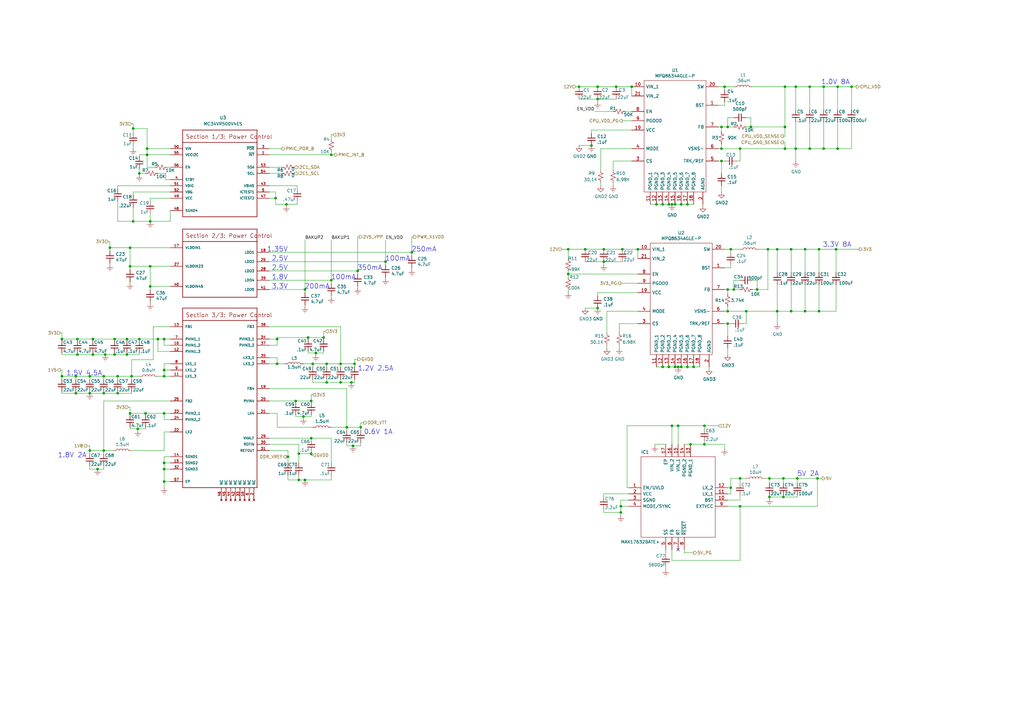
<source format=kicad_sch>
(kicad_sch (version 20200828) (generator eeschema)
  (page 2 12)
  (paper "A3")
  (junction (at 25.4 139.065) (diameter 0.9144))
  (junction (at 25.4 154.305) (diameter 0.9144))
  (junction (at 31.115 154.305) (diameter 0.9144))
  (junction (at 31.115 161.29) (diameter 0.9144))
  (junction (at 31.75 139.065) (diameter 0.9144))
  (junction (at 31.75 145.415) (diameter 0.9144))
  (junction (at 36.83 154.305) (diameter 0.9144))
  (junction (at 36.83 161.29) (diameter 0.9144))
  (junction (at 36.83 184.785) (diameter 0.9144))
  (junction (at 38.1 139.065) (diameter 0.9144))
  (junction (at 38.1 145.415) (diameter 0.9144))
  (junction (at 40.005 192.405) (diameter 0.9144))
  (junction (at 42.545 154.305) (diameter 0.9144))
  (junction (at 42.545 161.29) (diameter 0.9144))
  (junction (at 42.545 184.785) (diameter 0.9144))
  (junction (at 43.18 145.415) (diameter 0.9144))
  (junction (at 45.085 101.6) (diameter 0.9144))
  (junction (at 46.99 139.065) (diameter 0.9144))
  (junction (at 46.99 145.415) (diameter 0.9144))
  (junction (at 48.26 154.305) (diameter 0.9144))
  (junction (at 48.26 161.29) (diameter 0.9144))
  (junction (at 52.07 139.065) (diameter 0.9144))
  (junction (at 52.07 145.415) (diameter 0.9144))
  (junction (at 53.34 101.6) (diameter 0.9144))
  (junction (at 53.34 109.22) (diameter 0.9144))
  (junction (at 53.34 169.545) (diameter 0.9144))
  (junction (at 53.975 154.305) (diameter 0.9144))
  (junction (at 54.61 52.705) (diameter 0.9144))
  (junction (at 54.61 90.805) (diameter 0.9144))
  (junction (at 56.515 175.895) (diameter 0.9144))
  (junction (at 57.15 71.12) (diameter 0.9144))
  (junction (at 57.15 139.065) (diameter 0.9144))
  (junction (at 59.69 169.545) (diameter 0.9144))
  (junction (at 60.325 60.96) (diameter 0.9144))
  (junction (at 60.325 63.5) (diameter 0.9144))
  (junction (at 61.595 90.805) (diameter 0.9144))
  (junction (at 61.595 109.22) (diameter 0.9144))
  (junction (at 61.595 117.475) (diameter 0.9144))
  (junction (at 64.77 139.065) (diameter 0.9144))
  (junction (at 67.31 139.065) (diameter 0.9144))
  (junction (at 67.31 151.765) (diameter 0.9144))
  (junction (at 67.31 154.305) (diameter 0.9144))
  (junction (at 67.31 169.545) (diameter 0.9144))
  (junction (at 67.31 189.865) (diameter 0.9144))
  (junction (at 67.31 192.405) (diameter 0.9144))
  (junction (at 67.31 197.485) (diameter 0.9144))
  (junction (at 113.03 81.28) (diameter 0.9144))
  (junction (at 113.665 139.065) (diameter 0.9144))
  (junction (at 113.665 149.225) (diameter 0.9144))
  (junction (at 117.475 83.82) (diameter 0.9144))
  (junction (at 118.11 187.325) (diameter 0.9144))
  (junction (at 121.285 164.465) (diameter 0.9144))
  (junction (at 122.555 186.055) (diameter 0.9144))
  (junction (at 122.555 196.85) (diameter 0.9144))
  (junction (at 124.46 170.815) (diameter 0.9144))
  (junction (at 125.095 118.745) (diameter 0.9144))
  (junction (at 125.095 196.85) (diameter 0.9144))
  (junction (at 126.365 138.43) (diameter 0.9144))
  (junction (at 127.635 164.465) (diameter 0.9144))
  (junction (at 127.635 179.705) (diameter 0.9144))
  (junction (at 127.635 186.055) (diameter 0.9144))
  (junction (at 128.27 149.225) (diameter 0.9144))
  (junction (at 129.54 144.78) (diameter 0.9144))
  (junction (at 132.715 138.43) (diameter 0.9144))
  (junction (at 133.985 149.225) (diameter 0.9144))
  (junction (at 133.985 156.845) (diameter 0.9144))
  (junction (at 135.89 63.5) (diameter 0.9144))
  (junction (at 135.89 114.935) (diameter 0.9144))
  (junction (at 139.7 149.225) (diameter 0.9144))
  (junction (at 139.7 156.845) (diameter 0.9144))
  (junction (at 142.24 175.26) (diameter 0.9144))
  (junction (at 144.145 156.845) (diameter 0.9144))
  (junction (at 144.78 182.88) (diameter 0.9144))
  (junction (at 145.415 149.225) (diameter 0.9144))
  (junction (at 146.685 111.125) (diameter 0.9144))
  (junction (at 147.955 175.26) (diameter 0.9144))
  (junction (at 158.115 107.315) (diameter 0.9144))
  (junction (at 168.91 103.505) (diameter 0.9144))
  (junction (at 233.045 102.235) (diameter 0.9144))
  (junction (at 233.045 112.395) (diameter 0.9144))
  (junction (at 237.49 35.56) (diameter 0.9144))
  (junction (at 240.03 102.235) (diameter 0.9144))
  (junction (at 242.57 59.69) (diameter 0.9144))
  (junction (at 245.11 35.56) (diameter 0.9144))
  (junction (at 245.11 40.64) (diameter 0.9144))
  (junction (at 245.11 126.365) (diameter 0.9144))
  (junction (at 247.65 102.235) (diameter 0.9144))
  (junction (at 247.65 107.315) (diameter 0.9144))
  (junction (at 252.73 35.56) (diameter 0.9144))
  (junction (at 254.635 207.645) (diameter 0.9144))
  (junction (at 254.635 210.185) (diameter 0.9144))
  (junction (at 255.27 102.235) (diameter 0.9144))
  (junction (at 259.08 35.56) (diameter 0.9144))
  (junction (at 261.62 102.235) (diameter 0.9144))
  (junction (at 269.24 83.82) (diameter 0.9144))
  (junction (at 271.78 83.82) (diameter 0.9144))
  (junction (at 271.78 150.495) (diameter 0.9144))
  (junction (at 274.32 83.82) (diameter 0.9144))
  (junction (at 274.32 150.495) (diameter 0.9144))
  (junction (at 275.59 83.82) (diameter 0.9144))
  (junction (at 275.59 174.625) (diameter 0.9144))
  (junction (at 276.86 83.82) (diameter 0.9144))
  (junction (at 276.86 150.495) (diameter 0.9144))
  (junction (at 278.13 150.495) (diameter 0.9144))
  (junction (at 278.13 174.625) (diameter 0.9144))
  (junction (at 279.4 83.82) (diameter 0.9144))
  (junction (at 279.4 150.495) (diameter 0.9144))
  (junction (at 281.94 83.82) (diameter 0.9144))
  (junction (at 281.94 150.495) (diameter 0.9144))
  (junction (at 283.21 182.245) (diameter 0.9144))
  (junction (at 284.48 150.495) (diameter 0.9144))
  (junction (at 288.925 174.625) (diameter 0.9144))
  (junction (at 288.925 182.245) (diameter 0.9144))
  (junction (at 295.91 52.07) (diameter 0.9144))
  (junction (at 295.91 60.96) (diameter 0.9144))
  (junction (at 295.91 66.04) (diameter 0.9144))
  (junction (at 297.18 35.56) (diameter 0.9144))
  (junction (at 298.45 52.07) (diameter 0.9144))
  (junction (at 298.45 118.745) (diameter 0.9144))
  (junction (at 298.45 127.635) (diameter 0.9144))
  (junction (at 298.45 132.715) (diameter 0.9144))
  (junction (at 299.72 102.235) (diameter 0.9144))
  (junction (at 299.72 200.025) (diameter 0.9144))
  (junction (at 300.99 118.745) (diameter 0.9144))
  (junction (at 303.53 60.96) (diameter 0.9144))
  (junction (at 303.53 196.215) (diameter 0.9144))
  (junction (at 303.53 207.645) (diameter 0.9144))
  (junction (at 306.07 127.635) (diameter 0.9144))
  (junction (at 307.975 52.07) (diameter 0.9144))
  (junction (at 310.515 118.745) (diameter 0.9144))
  (junction (at 314.96 102.235) (diameter 0.9144))
  (junction (at 315.595 196.215) (diameter 0.9144))
  (junction (at 315.595 203.835) (diameter 0.9144))
  (junction (at 318.77 102.235) (diameter 0.9144))
  (junction (at 318.77 127.635) (diameter 0.9144))
  (junction (at 321.31 196.215) (diameter 0.9144))
  (junction (at 321.31 203.835) (diameter 0.9144))
  (junction (at 321.945 35.56) (diameter 0.9144))
  (junction (at 321.945 52.07) (diameter 0.9144))
  (junction (at 321.945 60.96) (diameter 0.9144))
  (junction (at 324.485 102.235) (diameter 0.9144))
  (junction (at 324.485 127.635) (diameter 0.9144))
  (junction (at 326.39 35.56) (diameter 0.9144))
  (junction (at 326.39 60.96) (diameter 0.9144))
  (junction (at 327.025 196.215) (diameter 0.9144))
  (junction (at 330.2 102.235) (diameter 0.9144))
  (junction (at 330.2 127.635) (diameter 0.9144))
  (junction (at 332.105 35.56) (diameter 0.9144))
  (junction (at 332.105 60.96) (diameter 0.9144))
  (junction (at 335.28 196.215) (diameter 0.9144))
  (junction (at 335.915 102.235) (diameter 0.9144))
  (junction (at 335.915 127.635) (diameter 0.9144))
  (junction (at 337.82 35.56) (diameter 0.9144))
  (junction (at 337.82 60.96) (diameter 0.9144))
  (junction (at 342.9 102.235) (diameter 0.9144))
  (junction (at 343.535 35.56) (diameter 0.9144))
  (junction (at 343.535 60.96) (diameter 0.9144))
  (junction (at 349.25 35.56) (diameter 0.9144))
  (no_connect (at 278.13 225.425))
  (wire (pts (xy 24.765 136.525) (xy 25.4 136.525)))
  (wire (pts (xy 24.765 151.765) (xy 25.4 151.765)))
  (wire (pts (xy 25.4 136.525) (xy 25.4 139.065)))
  (wire (pts (xy 25.4 139.065) (xy 25.4 139.7)))
  (wire (pts (xy 25.4 145.415) (xy 25.4 144.78)))
  (wire (pts (xy 25.4 145.415) (xy 31.75 145.415)))
  (wire (pts (xy 25.4 151.765) (xy 25.4 154.305)))
  (wire (pts (xy 25.4 154.305) (xy 25.4 155.575)))
  (wire (pts (xy 25.4 161.29) (xy 25.4 160.655)))
  (wire (pts (xy 25.4 161.29) (xy 31.115 161.29)))
  (wire (pts (xy 31.115 154.305) (xy 25.4 154.305)))
  (wire (pts (xy 31.115 154.305) (xy 31.115 155.575)))
  (wire (pts (xy 31.115 160.655) (xy 31.115 161.29)))
  (wire (pts (xy 31.115 161.29) (xy 36.83 161.29)))
  (wire (pts (xy 31.75 139.065) (xy 25.4 139.065)))
  (wire (pts (xy 31.75 139.065) (xy 31.75 139.7)))
  (wire (pts (xy 31.75 145.415) (xy 31.75 144.78)))
  (wire (pts (xy 31.75 145.415) (xy 38.1 145.415)))
  (wire (pts (xy 36.83 154.305) (xy 31.115 154.305)))
  (wire (pts (xy 36.83 154.305) (xy 36.83 155.575)))
  (wire (pts (xy 36.83 154.305) (xy 42.545 154.305)))
  (wire (pts (xy 36.83 160.655) (xy 36.83 161.29)))
  (wire (pts (xy 36.83 161.29) (xy 42.545 161.29)))
  (wire (pts (xy 36.83 182.88) (xy 35.56 182.88)))
  (wire (pts (xy 36.83 184.785) (xy 36.83 182.88)))
  (wire (pts (xy 36.83 184.785) (xy 36.83 186.055)))
  (wire (pts (xy 36.83 191.135) (xy 36.83 192.405)))
  (wire (pts (xy 36.83 192.405) (xy 40.005 192.405)))
  (wire (pts (xy 38.1 139.065) (xy 31.75 139.065)))
  (wire (pts (xy 38.1 139.065) (xy 38.1 139.7)))
  (wire (pts (xy 38.1 145.415) (xy 38.1 144.78)))
  (wire (pts (xy 38.1 145.415) (xy 43.18 145.415)))
  (wire (pts (xy 40.005 192.405) (xy 42.545 192.405)))
  (wire (pts (xy 42.545 154.305) (xy 42.545 155.575)))
  (wire (pts (xy 42.545 154.305) (xy 48.26 154.305)))
  (wire (pts (xy 42.545 160.655) (xy 42.545 161.29)))
  (wire (pts (xy 42.545 161.29) (xy 48.26 161.29)))
  (wire (pts (xy 42.545 164.465) (xy 42.545 184.785)))
  (wire (pts (xy 42.545 164.465) (xy 69.85 164.465)))
  (wire (pts (xy 42.545 184.785) (xy 36.83 184.785)))
  (wire (pts (xy 42.545 184.785) (xy 42.545 186.055)))
  (wire (pts (xy 42.545 192.405) (xy 42.545 191.135)))
  (wire (pts (xy 43.18 145.415) (xy 46.99 145.415)))
  (wire (pts (xy 45.085 99.06) (xy 44.45 99.06)))
  (wire (pts (xy 45.085 101.6) (xy 45.085 99.06)))
  (wire (pts (xy 45.085 101.6) (xy 45.085 102.87)))
  (wire (pts (xy 45.085 108.585) (xy 45.085 107.95)))
  (wire (pts (xy 46.355 184.785) (xy 42.545 184.785)))
  (wire (pts (xy 46.99 139.065) (xy 38.1 139.065)))
  (wire (pts (xy 46.99 139.065) (xy 46.99 139.7)))
  (wire (pts (xy 46.99 145.415) (xy 46.99 144.78)))
  (wire (pts (xy 46.99 145.415) (xy 52.07 145.415)))
  (wire (pts (xy 48.26 76.2) (xy 48.26 77.47)))
  (wire (pts (xy 48.26 82.55) (xy 48.26 90.805)))
  (wire (pts (xy 48.26 90.805) (xy 54.61 90.805)))
  (wire (pts (xy 48.26 154.305) (xy 48.26 155.575)))
  (wire (pts (xy 48.26 154.305) (xy 53.975 154.305)))
  (wire (pts (xy 48.26 160.655) (xy 48.26 161.29)))
  (wire (pts (xy 48.26 161.29) (xy 53.975 161.29)))
  (wire (pts (xy 52.07 139.065) (xy 46.99 139.065)))
  (wire (pts (xy 52.07 139.065) (xy 52.07 139.7)))
  (wire (pts (xy 52.07 145.415) (xy 52.07 144.78)))
  (wire (pts (xy 52.07 145.415) (xy 57.15 145.415)))
  (wire (pts (xy 52.705 167.005) (xy 53.34 167.005)))
  (wire (pts (xy 53.34 101.6) (xy 45.085 101.6)))
  (wire (pts (xy 53.34 101.6) (xy 53.34 109.22)))
  (wire (pts (xy 53.34 109.22) (xy 53.34 110.49)))
  (wire (pts (xy 53.34 115.57) (xy 53.34 116.205)))
  (wire (pts (xy 53.34 167.005) (xy 53.34 169.545)))
  (wire (pts (xy 53.34 169.545) (xy 53.34 170.18)))
  (wire (pts (xy 53.34 169.545) (xy 59.69 169.545)))
  (wire (pts (xy 53.34 175.895) (xy 53.34 175.26)))
  (wire (pts (xy 53.34 175.895) (xy 56.515 175.895)))
  (wire (pts (xy 53.975 50.8) (xy 54.61 50.8)))
  (wire (pts (xy 53.975 147.574) (xy 53.975 154.305)))
  (wire (pts (xy 53.975 154.305) (xy 53.975 155.575)))
  (wire (pts (xy 53.975 154.305) (xy 57.15 154.305)))
  (wire (pts (xy 53.975 161.29) (xy 53.975 160.655)))
  (wire (pts (xy 53.975 184.785) (xy 67.31 184.785)))
  (wire (pts (xy 54.61 50.8) (xy 54.61 52.705)))
  (wire (pts (xy 54.61 52.705) (xy 60.325 52.705)))
  (wire (pts (xy 54.61 54.61) (xy 54.61 52.705)))
  (wire (pts (xy 54.61 59.69) (xy 54.61 60.96)))
  (wire (pts (xy 54.61 78.74) (xy 54.61 80.01)))
  (wire (pts (xy 54.61 85.09) (xy 54.61 90.805)))
  (wire (pts (xy 54.61 90.805) (xy 61.595 90.805)))
  (wire (pts (xy 56.515 175.895) (xy 56.515 176.53)))
  (wire (pts (xy 56.515 175.895) (xy 59.69 175.895)))
  (wire (pts (xy 57.15 63.5) (xy 57.15 64.135)))
  (wire (pts (xy 57.15 63.5) (xy 60.325 63.5)))
  (wire (pts (xy 57.15 69.215) (xy 57.15 71.12)))
  (wire (pts (xy 57.15 71.12) (xy 57.15 71.755)))
  (wire (pts (xy 57.15 71.12) (xy 59.69 71.12)))
  (wire (pts (xy 57.15 139.065) (xy 52.07 139.065)))
  (wire (pts (xy 57.15 139.065) (xy 57.15 139.7)))
  (wire (pts (xy 57.15 145.415) (xy 57.15 144.78)))
  (wire (pts (xy 59.69 169.545) (xy 59.69 170.18)))
  (wire (pts (xy 59.69 169.545) (xy 67.31 169.545)))
  (wire (pts (xy 59.69 175.895) (xy 59.69 175.26)))
  (wire (pts (xy 60.325 52.705) (xy 60.325 60.96)))
  (wire (pts (xy 60.325 60.96) (xy 60.325 63.5)))
  (wire (pts (xy 60.325 60.96) (xy 69.85 60.96)))
  (wire (pts (xy 60.325 63.5) (xy 69.85 63.5)))
  (wire (pts (xy 60.325 68.58) (xy 60.325 63.5)))
  (wire (pts (xy 61.595 81.28) (xy 61.595 82.55)))
  (wire (pts (xy 61.595 87.63) (xy 61.595 90.805)))
  (wire (pts (xy 61.595 109.22) (xy 53.34 109.22)))
  (wire (pts (xy 61.595 109.22) (xy 61.595 117.475)))
  (wire (pts (xy 61.595 117.475) (xy 61.595 118.745)))
  (wire (pts (xy 61.595 123.825) (xy 61.595 124.46)))
  (wire (pts (xy 62.865 133.985) (xy 62.865 147.574)))
  (wire (pts (xy 62.865 147.574) (xy 53.975 147.574)))
  (wire (pts (xy 63.5 68.58) (xy 60.325 68.58)))
  (wire (pts (xy 64.77 139.065) (xy 57.15 139.065)))
  (wire (pts (xy 64.77 144.145) (xy 64.77 139.065)))
  (wire (pts (xy 64.77 154.305) (xy 67.31 154.305)))
  (wire (pts (xy 67.31 139.065) (xy 64.77 139.065)))
  (wire (pts (xy 67.31 141.605) (xy 67.31 139.065)))
  (wire (pts (xy 67.31 149.225) (xy 67.31 151.765)))
  (wire (pts (xy 67.31 151.765) (xy 67.31 154.305)))
  (wire (pts (xy 67.31 154.305) (xy 69.85 154.305)))
  (wire (pts (xy 67.31 169.545) (xy 67.31 172.085)))
  (wire (pts (xy 67.31 169.545) (xy 69.85 169.545)))
  (wire (pts (xy 67.31 177.165) (xy 69.85 177.165)))
  (wire (pts (xy 67.31 184.785) (xy 67.31 177.165)))
  (wire (pts (xy 67.31 187.325) (xy 67.31 189.865)))
  (wire (pts (xy 67.31 189.865) (xy 67.31 192.405)))
  (wire (pts (xy 67.31 192.405) (xy 67.31 197.485)))
  (wire (pts (xy 67.31 197.485) (xy 67.31 200.025)))
  (wire (pts (xy 67.945 71.12) (xy 64.77 71.12)))
  (wire (pts (xy 67.945 73.66) (xy 67.945 71.12)))
  (wire (pts (xy 67.945 73.66) (xy 69.85 73.66)))
  (wire (pts (xy 68.58 68.58) (xy 69.85 68.58)))
  (wire (pts (xy 69.85 76.2) (xy 48.26 76.2)))
  (wire (pts (xy 69.85 78.74) (xy 54.61 78.74)))
  (wire (pts (xy 69.85 81.28) (xy 61.595 81.28)))
  (wire (pts (xy 69.85 86.36) (xy 69.85 90.805)))
  (wire (pts (xy 69.85 90.805) (xy 61.595 90.805)))
  (wire (pts (xy 69.85 101.6) (xy 53.34 101.6)))
  (wire (pts (xy 69.85 109.22) (xy 61.595 109.22)))
  (wire (pts (xy 69.85 117.475) (xy 61.595 117.475)))
  (wire (pts (xy 69.85 133.985) (xy 62.865 133.985)))
  (wire (pts (xy 69.85 139.065) (xy 67.31 139.065)))
  (wire (pts (xy 69.85 141.605) (xy 67.31 141.605)))
  (wire (pts (xy 69.85 144.145) (xy 64.77 144.145)))
  (wire (pts (xy 69.85 149.225) (xy 67.31 149.225)))
  (wire (pts (xy 69.85 151.765) (xy 67.31 151.765)))
  (wire (pts (xy 69.85 172.085) (xy 67.31 172.085)))
  (wire (pts (xy 69.85 187.325) (xy 67.31 187.325)))
  (wire (pts (xy 69.85 189.865) (xy 67.31 189.865)))
  (wire (pts (xy 69.85 192.405) (xy 67.31 192.405)))
  (wire (pts (xy 69.85 197.485) (xy 67.31 197.485)))
  (wire (pts (xy 110.49 60.96) (xy 115.57 60.96)))
  (wire (pts (xy 110.49 63.5) (xy 135.89 63.5)))
  (wire (pts (xy 110.49 68.58) (xy 115.57 68.58)))
  (wire (pts (xy 110.49 71.12) (xy 115.57 71.12)))
  (wire (pts (xy 110.49 76.2) (xy 121.92 76.2)))
  (wire (pts (xy 110.49 78.74) (xy 113.03 78.74)))
  (wire (pts (xy 110.49 81.28) (xy 113.03 81.28)))
  (wire (pts (xy 110.49 103.505) (xy 168.91 103.505)))
  (wire (pts (xy 110.49 107.315) (xy 158.115 107.315)))
  (wire (pts (xy 110.49 111.125) (xy 146.685 111.125)))
  (wire (pts (xy 110.49 114.935) (xy 135.89 114.935)))
  (wire (pts (xy 110.49 118.745) (xy 125.095 118.745)))
  (wire (pts (xy 110.49 133.985) (xy 139.7 133.985)))
  (wire (pts (xy 110.49 139.065) (xy 113.665 139.065)))
  (wire (pts (xy 110.49 141.605) (xy 113.665 141.605)))
  (wire (pts (xy 110.49 146.685) (xy 113.665 146.685)))
  (wire (pts (xy 110.49 149.225) (xy 113.665 149.225)))
  (wire (pts (xy 110.49 159.385) (xy 142.24 159.385)))
  (wire (pts (xy 110.49 164.465) (xy 121.285 164.465)))
  (wire (pts (xy 110.49 169.545) (xy 113.665 169.545)))
  (wire (pts (xy 110.49 179.705) (xy 127.635 179.705)))
  (wire (pts (xy 110.49 182.245) (xy 122.555 182.245)))
  (wire (pts (xy 110.49 184.785) (xy 118.11 184.785)))
  (wire (pts (xy 113.03 78.74) (xy 113.03 81.28)))
  (wire (pts (xy 113.03 81.28) (xy 113.03 83.82)))
  (wire (pts (xy 113.03 83.82) (xy 117.475 83.82)))
  (wire (pts (xy 113.665 138.43) (xy 113.665 139.065)))
  (wire (pts (xy 113.665 138.43) (xy 126.365 138.43)))
  (wire (pts (xy 113.665 139.065) (xy 113.665 141.605)))
  (wire (pts (xy 113.665 149.225) (xy 113.665 146.685)))
  (wire (pts (xy 113.665 149.225) (xy 116.84 149.225)))
  (wire (pts (xy 113.665 169.545) (xy 113.665 175.26)))
  (wire (pts (xy 113.665 175.26) (xy 128.27 175.26)))
  (wire (pts (xy 117.475 83.82) (xy 117.475 84.455)))
  (wire (pts (xy 117.475 83.82) (xy 121.92 83.82)))
  (wire (pts (xy 117.475 187.325) (xy 118.11 187.325)))
  (wire (pts (xy 118.11 184.785) (xy 118.11 187.325)))
  (wire (pts (xy 118.11 187.325) (xy 118.11 189.865)))
  (wire (pts (xy 118.11 196.85) (xy 118.11 194.945)))
  (wire (pts (xy 121.285 164.465) (xy 121.285 165.1)))
  (wire (pts (xy 121.285 170.815) (xy 121.285 170.18)))
  (wire (pts (xy 121.92 76.2) (xy 121.92 77.47)))
  (wire (pts (xy 121.92 83.82) (xy 121.92 82.55)))
  (wire (pts (xy 122.555 182.245) (xy 122.555 186.055)))
  (wire (pts (xy 122.555 186.055) (xy 122.555 189.865)))
  (wire (pts (xy 122.555 186.055) (xy 127.635 186.055)))
  (wire (pts (xy 122.555 194.945) (xy 122.555 196.85)))
  (wire (pts (xy 122.555 196.85) (xy 118.11 196.85)))
  (wire (pts (xy 124.46 149.225) (xy 128.27 149.225)))
  (wire (pts (xy 124.46 170.815) (xy 121.285 170.815)))
  (wire (pts (xy 124.46 170.815) (xy 124.46 171.45)))
  (wire (pts (xy 125.095 98.425) (xy 125.095 118.745)))
  (wire (pts (xy 125.095 118.745) (xy 125.095 120.015)))
  (wire (pts (xy 125.095 125.095) (xy 125.095 125.73)))
  (wire (pts (xy 125.095 196.85) (xy 122.555 196.85)))
  (wire (pts (xy 126.365 138.43) (xy 126.365 139.065)))
  (wire (pts (xy 126.365 144.78) (xy 126.365 144.145)))
  (wire (pts (xy 127.635 161.925) (xy 127.635 164.465)))
  (wire (pts (xy 127.635 164.465) (xy 121.285 164.465)))
  (wire (pts (xy 127.635 164.465) (xy 127.635 165.1)))
  (wire (pts (xy 127.635 170.815) (xy 124.46 170.815)))
  (wire (pts (xy 127.635 170.815) (xy 127.635 170.18)))
  (wire (pts (xy 127.635 179.705) (xy 127.635 180.34)))
  (wire (pts (xy 127.635 179.705) (xy 135.89 179.705)))
  (wire (pts (xy 127.635 185.42) (xy 127.635 186.055)))
  (wire (pts (xy 127.635 186.055) (xy 127.635 186.69)))
  (wire (pts (xy 127.635 186.69) (xy 128.27 186.69)))
  (wire (pts (xy 128.27 149.225) (xy 128.27 150.495)))
  (wire (pts (xy 128.27 149.225) (xy 133.985 149.225)))
  (wire (pts (xy 128.27 156.845) (xy 128.27 155.575)))
  (wire (pts (xy 128.27 161.925) (xy 127.635 161.925)))
  (wire (pts (xy 129.54 144.78) (xy 126.365 144.78)))
  (wire (pts (xy 129.54 144.78) (xy 129.54 145.415)))
  (wire (pts (xy 132.715 135.89) (xy 132.715 138.43)))
  (wire (pts (xy 132.715 138.43) (xy 126.365 138.43)))
  (wire (pts (xy 132.715 138.43) (xy 132.715 139.065)))
  (wire (pts (xy 132.715 144.78) (xy 129.54 144.78)))
  (wire (pts (xy 132.715 144.78) (xy 132.715 144.145)))
  (wire (pts (xy 133.35 135.89) (xy 132.715 135.89)))
  (wire (pts (xy 133.985 149.225) (xy 133.985 150.495)))
  (wire (pts (xy 133.985 149.225) (xy 139.7 149.225)))
  (wire (pts (xy 133.985 155.575) (xy 133.985 156.845)))
  (wire (pts (xy 133.985 156.845) (xy 128.27 156.845)))
  (wire (pts (xy 135.89 55.245) (xy 135.89 57.15)))
  (wire (pts (xy 135.89 62.23) (xy 135.89 63.5)))
  (wire (pts (xy 135.89 63.5) (xy 137.16 63.5)))
  (wire (pts (xy 135.89 98.425) (xy 135.89 114.935)))
  (wire (pts (xy 135.89 114.935) (xy 135.89 116.205)))
  (wire (pts (xy 135.89 121.285) (xy 135.89 121.92)))
  (wire (pts (xy 135.89 175.26) (xy 142.24 175.26)))
  (wire (pts (xy 135.89 179.705) (xy 135.89 189.865)))
  (wire (pts (xy 135.89 194.945) (xy 135.89 196.85)))
  (wire (pts (xy 135.89 196.85) (xy 125.095 196.85)))
  (wire (pts (xy 136.525 55.245) (xy 135.89 55.245)))
  (wire (pts (xy 139.7 133.985) (xy 139.7 149.225)))
  (wire (pts (xy 139.7 149.225) (xy 139.7 150.495)))
  (wire (pts (xy 139.7 149.225) (xy 145.415 149.225)))
  (wire (pts (xy 139.7 155.575) (xy 139.7 156.845)))
  (wire (pts (xy 139.7 156.845) (xy 133.985 156.845)))
  (wire (pts (xy 139.7 156.845) (xy 144.145 156.845)))
  (wire (pts (xy 142.24 159.385) (xy 142.24 175.26)))
  (wire (pts (xy 142.24 175.26) (xy 142.24 176.53)))
  (wire (pts (xy 142.24 175.26) (xy 147.955 175.26)))
  (wire (pts (xy 142.24 182.88) (xy 142.24 181.61)))
  (wire (pts (xy 144.145 156.845) (xy 145.415 156.845)))
  (wire (pts (xy 144.78 182.88) (xy 142.24 182.88)))
  (wire (pts (xy 145.415 147.32) (xy 146.685 147.32)))
  (wire (pts (xy 145.415 149.225) (xy 145.415 147.32)))
  (wire (pts (xy 145.415 149.225) (xy 145.415 150.495)))
  (wire (pts (xy 145.415 155.575) (xy 145.415 156.845)))
  (wire (pts (xy 146.685 97.155) (xy 146.685 111.125)))
  (wire (pts (xy 146.685 111.125) (xy 146.685 112.395)))
  (wire (pts (xy 146.685 117.475) (xy 146.685 118.11)))
  (wire (pts (xy 147.32 97.155) (xy 146.685 97.155)))
  (wire (pts (xy 147.955 173.355) (xy 149.225 173.355)))
  (wire (pts (xy 147.955 175.26) (xy 147.955 173.355)))
  (wire (pts (xy 147.955 175.26) (xy 147.955 176.53)))
  (wire (pts (xy 147.955 181.61) (xy 147.955 182.88)))
  (wire (pts (xy 147.955 182.88) (xy 144.78 182.88)))
  (wire (pts (xy 158.115 98.425) (xy 158.115 107.315)))
  (wire (pts (xy 158.115 107.315) (xy 158.115 108.585)))
  (wire (pts (xy 158.115 113.665) (xy 158.115 114.3)))
  (wire (pts (xy 168.91 97.155) (xy 168.91 103.505)))
  (wire (pts (xy 168.91 103.505) (xy 168.91 104.775)))
  (wire (pts (xy 168.91 109.855) (xy 168.91 110.49)))
  (wire (pts (xy 169.545 97.155) (xy 168.91 97.155)))
  (wire (pts (xy 233.045 102.235) (xy 230.505 102.235)))
  (wire (pts (xy 233.045 102.235) (xy 233.045 106.045)))
  (wire (pts (xy 233.045 112.395) (xy 233.045 111.125)))
  (wire (pts (xy 233.045 112.395) (xy 233.045 113.665)))
  (wire (pts (xy 233.045 112.395) (xy 261.62 112.395)))
  (wire (pts (xy 233.045 118.745) (xy 233.045 120.015)))
  (wire (pts (xy 237.49 35.56) (xy 236.22 35.56)))
  (wire (pts (xy 237.49 40.64) (xy 245.11 40.64)))
  (wire (pts (xy 237.49 59.69) (xy 242.57 59.69)))
  (wire (pts (xy 240.03 102.235) (xy 233.045 102.235)))
  (wire (pts (xy 240.03 107.315) (xy 247.65 107.315)))
  (wire (pts (xy 240.03 126.365) (xy 245.11 126.365)))
  (wire (pts (xy 242.57 53.34) (xy 242.57 54.61)))
  (wire (pts (xy 242.57 53.34) (xy 259.08 53.34)))
  (wire (pts (xy 243.84 45.72) (xy 251.46 45.72)))
  (wire (pts (xy 245.11 35.56) (xy 237.49 35.56)))
  (wire (pts (xy 245.11 40.64) (xy 245.11 41.91)))
  (wire (pts (xy 245.11 120.015) (xy 245.11 121.285)))
  (wire (pts (xy 245.11 120.015) (xy 261.62 120.015)))
  (wire (pts (xy 246.38 60.96) (xy 246.38 69.85)))
  (wire (pts (xy 246.38 60.96) (xy 259.08 60.96)))
  (wire (pts (xy 246.38 74.93) (xy 246.38 76.2)))
  (wire (pts (xy 247.65 102.235) (xy 240.03 102.235)))
  (wire (pts (xy 247.65 107.315) (xy 247.65 108.585)))
  (wire (pts (xy 247.65 202.565) (xy 257.81 202.565)))
  (wire (pts (xy 247.65 203.835) (xy 247.65 202.565)))
  (wire (pts (xy 247.65 208.915) (xy 247.65 210.185)))
  (wire (pts (xy 247.65 210.185) (xy 254.635 210.185)))
  (wire (pts (xy 248.92 127.635) (xy 248.92 136.525)))
  (wire (pts (xy 248.92 127.635) (xy 261.62 127.635)))
  (wire (pts (xy 248.92 141.605) (xy 248.92 142.875)))
  (wire (pts (xy 251.46 66.04) (xy 259.08 66.04)))
  (wire (pts (xy 251.46 69.85) (xy 251.46 66.04)))
  (wire (pts (xy 251.46 74.93) (xy 251.46 76.2)))
  (wire (pts (xy 252.73 35.56) (xy 245.11 35.56)))
  (wire (pts (xy 252.73 40.64) (xy 245.11 40.64)))
  (wire (pts (xy 254 132.715) (xy 261.62 132.715)))
  (wire (pts (xy 254 136.525) (xy 254 132.715)))
  (wire (pts (xy 254 141.605) (xy 254 142.875)))
  (wire (pts (xy 254.635 205.105) (xy 254.635 207.645)))
  (wire (pts (xy 254.635 207.645) (xy 254.635 210.185)))
  (wire (pts (xy 254.635 207.645) (xy 257.81 207.645)))
  (wire (pts (xy 254.635 210.185) (xy 254.635 211.455)))
  (wire (pts (xy 255.27 102.235) (xy 247.65 102.235)))
  (wire (pts (xy 255.27 107.315) (xy 247.65 107.315)))
  (wire (pts (xy 256.54 45.72) (xy 259.08 45.72)))
  (wire (pts (xy 257.175 174.625) (xy 275.59 174.625)))
  (wire (pts (xy 257.175 200.025) (xy 257.175 174.625)))
  (wire (pts (xy 257.81 200.025) (xy 257.175 200.025)))
  (wire (pts (xy 257.81 205.105) (xy 254.635 205.105)))
  (wire (pts (xy 259.08 35.56) (xy 252.73 35.56)))
  (wire (pts (xy 259.08 39.37) (xy 259.08 35.56)))
  (wire (pts (xy 259.08 49.53) (xy 255.27 49.53)))
  (wire (pts (xy 261.62 102.235) (xy 255.27 102.235)))
  (wire (pts (xy 261.62 106.045) (xy 261.62 102.235)))
  (wire (pts (xy 261.62 116.205) (xy 254.635 116.205)))
  (wire (pts (xy 266.7 83.82) (xy 269.24 83.82)))
  (wire (pts (xy 268.605 182.245) (xy 273.05 182.245)))
  (wire (pts (xy 268.605 182.88) (xy 268.605 182.245)))
  (wire (pts (xy 269.24 83.82) (xy 271.78 83.82)))
  (wire (pts (xy 269.24 150.495) (xy 271.78 150.495)))
  (wire (pts (xy 271.78 83.82) (xy 274.32 83.82)))
  (wire (pts (xy 271.78 150.495) (xy 274.32 150.495)))
  (wire (pts (xy 273.05 225.425) (xy 273.05 227.33)))
  (wire (pts (xy 273.05 232.41) (xy 273.05 233.68)))
  (wire (pts (xy 274.32 83.82) (xy 275.59 83.82)))
  (wire (pts (xy 274.32 150.495) (xy 276.86 150.495)))
  (wire (pts (xy 275.59 83.82) (xy 276.86 83.82)))
  (wire (pts (xy 275.59 174.625) (xy 278.13 174.625)))
  (wire (pts (xy 275.59 182.245) (xy 275.59 174.625)))
  (wire (pts (xy 275.59 225.425) (xy 275.59 229.87)))
  (wire (pts (xy 275.59 229.87) (xy 303.53 229.87)))
  (wire (pts (xy 276.86 83.82) (xy 279.4 83.82)))
  (wire (pts (xy 276.86 150.495) (xy 278.13 150.495)))
  (wire (pts (xy 278.13 150.495) (xy 279.4 150.495)))
  (wire (pts (xy 278.13 174.625) (xy 278.13 182.245)))
  (wire (pts (xy 279.4 83.82) (xy 281.94 83.82)))
  (wire (pts (xy 279.4 150.495) (xy 281.94 150.495)))
  (wire (pts (xy 280.67 182.245) (xy 283.21 182.245)))
  (wire (pts (xy 280.67 225.425) (xy 280.67 226.695)))
  (wire (pts (xy 280.67 226.695) (xy 284.48 226.695)))
  (wire (pts (xy 281.94 83.82) (xy 284.48 83.82)))
  (wire (pts (xy 281.94 150.495) (xy 284.48 150.495)))
  (wire (pts (xy 283.21 182.245) (xy 288.925 182.245)))
  (wire (pts (xy 284.48 150.495) (xy 287.02 150.495)))
  (wire (pts (xy 288.29 83.82) (xy 288.29 84.455)))
  (wire (pts (xy 288.925 174.625) (xy 278.13 174.625)))
  (wire (pts (xy 288.925 174.625) (xy 294.64 174.625)))
  (wire (pts (xy 288.925 175.895) (xy 288.925 174.625)))
  (wire (pts (xy 288.925 180.975) (xy 288.925 182.245)))
  (wire (pts (xy 288.925 182.245) (xy 297.18 182.245)))
  (wire (pts (xy 290.83 150.495) (xy 290.83 151.13)))
  (wire (pts (xy 294.64 35.56) (xy 297.18 35.56)))
  (wire (pts (xy 294.64 43.18) (xy 297.18 43.18)))
  (wire (pts (xy 294.64 52.07) (xy 295.91 52.07)))
  (wire (pts (xy 294.64 60.96) (xy 295.91 60.96)))
  (wire (pts (xy 294.64 66.04) (xy 295.91 66.04)))
  (wire (pts (xy 295.91 52.07) (xy 295.91 53.975)))
  (wire (pts (xy 295.91 52.07) (xy 298.45 52.07)))
  (wire (pts (xy 295.91 59.055) (xy 295.91 60.96)))
  (wire (pts (xy 295.91 60.96) (xy 303.53 60.96)))
  (wire (pts (xy 295.91 66.04) (xy 295.91 71.12)))
  (wire (pts (xy 295.91 66.04) (xy 297.18 66.04)))
  (wire (pts (xy 295.91 76.2) (xy 295.91 78.74)))
  (wire (pts (xy 297.18 35.56) (xy 297.18 36.83)))
  (wire (pts (xy 297.18 35.56) (xy 300.99 35.56)))
  (wire (pts (xy 297.18 43.18) (xy 297.18 41.91)))
  (wire (pts (xy 297.18 102.235) (xy 299.72 102.235)))
  (wire (pts (xy 297.18 109.855) (xy 299.72 109.855)))
  (wire (pts (xy 297.18 118.745) (xy 298.45 118.745)))
  (wire (pts (xy 297.18 127.635) (xy 298.45 127.635)))
  (wire (pts (xy 297.18 132.715) (xy 298.45 132.715)))
  (wire (pts (xy 297.18 182.245) (xy 297.18 184.15)))
  (wire (pts (xy 298.45 48.26) (xy 298.45 52.07)))
  (wire (pts (xy 298.45 52.07) (xy 300.99 52.07)))
  (wire (pts (xy 298.45 118.745) (xy 298.45 120.65)))
  (wire (pts (xy 298.45 118.745) (xy 300.99 118.745)))
  (wire (pts (xy 298.45 125.73) (xy 298.45 127.635)))
  (wire (pts (xy 298.45 127.635) (xy 306.07 127.635)))
  (wire (pts (xy 298.45 132.715) (xy 298.45 137.795)))
  (wire (pts (xy 298.45 132.715) (xy 299.72 132.715)))
  (wire (pts (xy 298.45 142.875) (xy 298.45 145.415)))
  (wire (pts (xy 298.45 202.565) (xy 299.72 202.565)))
  (wire (pts (xy 298.45 207.645) (xy 303.53 207.645)))
  (wire (pts (xy 299.72 102.235) (xy 299.72 103.505)))
  (wire (pts (xy 299.72 102.235) (xy 303.53 102.235)))
  (wire (pts (xy 299.72 109.855) (xy 299.72 108.585)))
  (wire (pts (xy 299.72 196.215) (xy 303.53 196.215)))
  (wire (pts (xy 299.72 200.025) (xy 298.45 200.025)))
  (wire (pts (xy 299.72 200.025) (xy 299.72 196.215)))
  (wire (pts (xy 299.72 202.565) (xy 299.72 200.025)))
  (wire (pts (xy 300.99 48.26) (xy 298.45 48.26)))
  (wire (pts (xy 300.99 114.935) (xy 300.99 118.745)))
  (wire (pts (xy 300.99 118.745) (xy 303.53 118.745)))
  (wire (pts (xy 302.26 66.04) (xy 303.53 66.04)))
  (wire (pts (xy 303.53 60.96) (xy 321.945 60.96)))
  (wire (pts (xy 303.53 66.04) (xy 303.53 60.96)))
  (wire (pts (xy 303.53 114.935) (xy 300.99 114.935)))
  (wire (pts (xy 303.53 196.215) (xy 303.53 198.12)))
  (wire (pts (xy 303.53 196.215) (xy 306.07 196.215)))
  (wire (pts (xy 303.53 203.2) (xy 303.53 205.105)))
  (wire (pts (xy 303.53 205.105) (xy 298.45 205.105)))
  (wire (pts (xy 303.53 207.645) (xy 335.28 207.645)))
  (wire (pts (xy 303.53 229.87) (xy 303.53 207.645)))
  (wire (pts (xy 304.8 132.715) (xy 306.07 132.715)))
  (wire (pts (xy 306.07 48.26) (xy 307.975 48.26)))
  (wire (pts (xy 306.07 127.635) (xy 318.77 127.635)))
  (wire (pts (xy 306.07 132.715) (xy 306.07 127.635)))
  (wire (pts (xy 307.975 48.26) (xy 307.975 52.07)))
  (wire (pts (xy 307.975 52.07) (xy 306.07 52.07)))
  (wire (pts (xy 307.975 52.07) (xy 321.945 52.07)))
  (wire (pts (xy 308.61 35.56) (xy 321.945 35.56)))
  (wire (pts (xy 308.61 114.935) (xy 310.515 114.935)))
  (wire (pts (xy 310.515 114.935) (xy 310.515 118.745)))
  (wire (pts (xy 310.515 118.745) (xy 308.61 118.745)))
  (wire (pts (xy 310.515 118.745) (xy 314.96 118.745)))
  (wire (pts (xy 311.15 102.235) (xy 314.96 102.235)))
  (wire (pts (xy 313.69 196.215) (xy 315.595 196.215)))
  (wire (pts (xy 314.96 102.235) (xy 318.77 102.235)))
  (wire (pts (xy 314.96 118.745) (xy 314.96 102.235)))
  (wire (pts (xy 315.595 196.215) (xy 315.595 198.12)))
  (wire (pts (xy 315.595 203.2) (xy 315.595 203.835)))
  (wire (pts (xy 315.595 203.835) (xy 315.595 204.47)))
  (wire (pts (xy 315.595 203.835) (xy 321.31 203.835)))
  (wire (pts (xy 318.77 102.235) (xy 324.485 102.235)))
  (wire (pts (xy 318.77 111.76) (xy 318.77 102.235)))
  (wire (pts (xy 318.77 116.84) (xy 318.77 127.635)))
  (wire (pts (xy 318.77 127.635) (xy 318.77 132.715)))
  (wire (pts (xy 321.31 55.88) (xy 321.945 55.88)))
  (wire (pts (xy 321.31 58.42) (xy 321.945 58.42)))
  (wire (pts (xy 321.31 196.215) (xy 315.595 196.215)))
  (wire (pts (xy 321.31 196.215) (xy 321.31 198.12)))
  (wire (pts (xy 321.31 203.2) (xy 321.31 203.835)))
  (wire (pts (xy 321.31 203.835) (xy 327.025 203.835)))
  (wire (pts (xy 321.945 35.56) (xy 321.945 52.07)))
  (wire (pts (xy 321.945 35.56) (xy 326.39 35.56)))
  (wire (pts (xy 321.945 52.07) (xy 321.945 55.88)))
  (wire (pts (xy 321.945 58.42) (xy 321.945 60.96)))
  (wire (pts (xy 321.945 60.96) (xy 326.39 60.96)))
  (wire (pts (xy 324.485 102.235) (xy 324.485 111.76)))
  (wire (pts (xy 324.485 102.235) (xy 330.2 102.235)))
  (wire (pts (xy 324.485 116.84) (xy 324.485 127.635)))
  (wire (pts (xy 324.485 127.635) (xy 318.77 127.635)))
  (wire (pts (xy 326.39 35.56) (xy 332.105 35.56)))
  (wire (pts (xy 326.39 45.085) (xy 326.39 35.56)))
  (wire (pts (xy 326.39 50.165) (xy 326.39 60.96)))
  (wire (pts (xy 326.39 60.96) (xy 326.39 66.04)))
  (wire (pts (xy 327.025 196.215) (xy 321.31 196.215)))
  (wire (pts (xy 327.025 196.215) (xy 327.025 198.12)))
  (wire (pts (xy 327.025 203.835) (xy 327.025 203.2)))
  (wire (pts (xy 330.2 102.235) (xy 330.2 111.76)))
  (wire (pts (xy 330.2 102.235) (xy 335.915 102.235)))
  (wire (pts (xy 330.2 116.84) (xy 330.2 127.635)))
  (wire (pts (xy 330.2 127.635) (xy 324.485 127.635)))
  (wire (pts (xy 332.105 35.56) (xy 332.105 45.085)))
  (wire (pts (xy 332.105 35.56) (xy 337.82 35.56)))
  (wire (pts (xy 332.105 50.165) (xy 332.105 60.96)))
  (wire (pts (xy 332.105 60.96) (xy 326.39 60.96)))
  (wire (pts (xy 335.28 196.215) (xy 327.025 196.215)))
  (wire (pts (xy 335.28 196.215) (xy 337.185 196.215)))
  (wire (pts (xy 335.28 207.645) (xy 335.28 196.215)))
  (wire (pts (xy 335.915 102.235) (xy 335.915 111.76)))
  (wire (pts (xy 335.915 102.235) (xy 342.9 102.235)))
  (wire (pts (xy 335.915 116.84) (xy 335.915 127.635)))
  (wire (pts (xy 335.915 127.635) (xy 330.2 127.635)))
  (wire (pts (xy 337.82 35.56) (xy 337.82 45.085)))
  (wire (pts (xy 337.82 35.56) (xy 343.535 35.56)))
  (wire (pts (xy 337.82 50.165) (xy 337.82 60.96)))
  (wire (pts (xy 337.82 60.96) (xy 332.105 60.96)))
  (wire (pts (xy 342.9 102.235) (xy 342.9 111.76)))
  (wire (pts (xy 342.9 102.235) (xy 352.425 102.235)))
  (wire (pts (xy 342.9 116.84) (xy 342.9 127.635)))
  (wire (pts (xy 342.9 127.635) (xy 335.915 127.635)))
  (wire (pts (xy 343.535 35.56) (xy 343.535 45.085)))
  (wire (pts (xy 343.535 35.56) (xy 349.25 35.56)))
  (wire (pts (xy 343.535 50.165) (xy 343.535 60.96)))
  (wire (pts (xy 343.535 60.96) (xy 337.82 60.96)))
  (wire (pts (xy 349.25 35.56) (xy 349.25 45.085)))
  (wire (pts (xy 349.25 35.56) (xy 351.155 35.56)))
  (wire (pts (xy 349.25 50.165) (xy 349.25 60.96)))
  (wire (pts (xy 349.25 60.96) (xy 343.535 60.96)))
  (text "1.8V 2A" (at 35.56 187.96 180) (effects (font (size 2.0066 2.0066)) (justify right bottom)))
  (text "1.5V 4.5A" (at 41.91 154.305 180) (effects (font (size 2.0066 2.0066)) (justify right bottom)))
  (text "1.35V" (at 118.11 103.505 180) (effects (font (size 2.0066 2.0066)) (justify right bottom)))
  (text "2.5V" (at 118.11 107.315 180) (effects (font (size 2.0066 2.0066)) (justify right bottom)))
  (text "2.5V" (at 118.11 111.125 180) (effects (font (size 2.0066 2.0066)) (justify right bottom)))
  (text "1.8V" (at 118.11 114.935 180) (effects (font (size 2.0066 2.0066)) (justify right bottom)))
  (text "3.3V" (at 118.11 118.745 180) (effects (font (size 2.0066 2.0066)) (justify right bottom)))
  (text "200mA" (at 135.255 118.745 180) (effects (font (size 2.0066 2.0066)) (justify right bottom)))
  (text "100mA" (at 146.05 114.935 180) (effects (font (size 2.0066 2.0066)) (justify right bottom)))
  (text "1.2V 2.5A" (at 146.685 152.4 0) (effects (font (size 2.0066 2.0066)) (justify left bottom)))
  (text "0.6V 1A" (at 149.225 178.435 0) (effects (font (size 2.0066 2.0066)) (justify left bottom)))
  (text "350mA" (at 156.845 111.125 180) (effects (font (size 2.0066 2.0066)) (justify right bottom)))
  (text "100mA" (at 168.275 107.315 180) (effects (font (size 2.0066 2.0066)) (justify right bottom)))
  (text "250mA" (at 179.07 103.505 180) (effects (font (size 2.0066 2.0066)) (justify right bottom)))
  (text "5V 2A" (at 335.915 195.58 180) (effects (font (size 2.0066 2.0066)) (justify right bottom)))
  (text "1.0V 8A" (at 348.615 34.925 180) (effects (font (size 2.0066 2.0066)) (justify right bottom)))
  (text "3.3V 8A" (at 349.25 101.6 180) (effects (font (size 2.0066 2.0066)) (justify right bottom)))
  (label "BAKUP2" (at 125.095 98.425 0))
  (label "BAKUP1" (at 135.89 98.425 0))
  (label "EN_VDD" (at 158.115 98.425 0))
  (label "EN_VDD" (at 243.84 45.72 180))
  (hierarchical_label "3V3" (shape input) (at 24.765 136.525 180))
  (hierarchical_label "1V5" (shape output) (at 24.765 151.765 180))
  (hierarchical_label "1V8" (shape output) (at 35.56 182.88 180))
  (hierarchical_label "3V3" (shape input) (at 44.45 99.06 180))
  (hierarchical_label "3V3" (shape input) (at 52.705 167.005 180))
  (hierarchical_label "3V3" (shape input) (at 53.975 50.8 180))
  (hierarchical_label "PMIC_POR_B" (shape output) (at 115.57 60.96 0))
  (hierarchical_label "DDR_VREF" (shape output) (at 117.475 187.325 180))
  (hierarchical_label "I2C1_SDA" (shape input) (at 120.65 68.58 0))
  (hierarchical_label "I2C1_SCL" (shape input) (at 120.65 71.12 0))
  (hierarchical_label "3V3" (shape input) (at 128.27 161.925 0))
  (hierarchical_label "GVDD" (shape input) (at 128.27 186.69 0))
  (hierarchical_label "3V3" (shape input) (at 133.35 135.89 0))
  (hierarchical_label "3V3" (shape input) (at 136.525 55.245 0))
  (hierarchical_label "PMIC_INT_B" (shape output) (at 137.16 63.5 0))
  (hierarchical_label "GVDD" (shape output) (at 146.685 147.32 0))
  (hierarchical_label "2V5_VPP" (shape output) (at 147.32 97.155 0))
  (hierarchical_label "DDR_VTT" (shape output) (at 149.225 173.355 0))
  (hierarchical_label "PWR_X1VDD" (shape output) (at 169.545 97.155 0))
  (hierarchical_label "12V" (shape input) (at 230.505 102.235 180))
  (hierarchical_label "12V" (shape input) (at 236.22 35.56 180))
  (hierarchical_label "3V3_PG" (shape output) (at 254.635 116.205 180))
  (hierarchical_label "CPU_VDD_PG" (shape output) (at 255.27 49.53 180))
  (hierarchical_label "5V_PG" (shape output) (at 284.48 226.695 0))
  (hierarchical_label "12V" (shape input) (at 294.64 174.625 0))
  (hierarchical_label "CPU_VDD_SENSE" (shape output) (at 321.31 55.88 180))
  (hierarchical_label "CPU_GND_SENSE" (shape output) (at 321.31 58.42 180))
  (hierarchical_label "5V" (shape output) (at 337.185 196.215 0))
  (hierarchical_label "CPU_VDD" (shape output) (at 351.155 35.56 0))
  (hierarchical_label "3V3" (shape output) (at 352.425 102.235 0))
  (symbol (lib_id "Device:L") (at 50.165 184.785 90) (unit 1)
    (property "Reference" "L6" (at 50.165 179.959 90))
    (property "Value" "1.5uH" (at 50.165 182.2704 90))
    (property "Footprint" "Inductor_SMD:L_Coilcraft_XxL4040" (effects hide))
    (property "Datasheet" "https://www.mouser.com/datasheet/2/597/xal4000-270751.pdf" (effects hide))
    (property "PartsBoxID" "XAL40-1.5-R" (effects hide))
    (property "MPN" "XFL4020-152ME" (effects hide))
    (property "SPR" "Mouser" (effects hide))
    (property "SPURL" "-" (effects hide))
  )
  (symbol (lib_id "Device:L") (at 60.96 154.305 90) (unit 1)
    (property "Reference" "L4" (at 60.96 149.479 90))
    (property "Value" "0.6uH" (at 60.96 151.7904 90))
    (property "Footprint" "Inductor_SMD:L_Coilcraft_XxL4040" (effects hide))
    (property "Datasheet" "https://www.mouser.com/datasheet/2/597/xal4000-270751.pdf" (effects hide))
    (property "PartsBoxID" "XAL40-0.6-R" (effects hide))
    (property "MPN" "XAL4020-601ME" (effects hide))
    (property "SPR" "Mouser" (effects hide))
    (property "SPURL" "-" (effects hide))
  )
  (symbol (lib_id "Device:L") (at 120.65 149.225 270) (mirror x) (unit 1)
    (property "Reference" "L3" (at 120.65 146.939 90))
    (property "Value" "1.5uH" (at 120.65 150.5204 90))
    (property "Footprint" "Inductor_SMD:L_Coilcraft_XxL4040" (effects hide))
    (property "Datasheet" "https://www.mouser.com/datasheet/2/597/xal4000-270751.pdf" (effects hide))
    (property "PartsBoxID" "XAL40-1.5-R" (effects hide))
    (property "MPN" "XFL4020-152ME" (effects hide))
    (property "SPR" "Mouser" (effects hide))
    (property "SPURL" "-" (effects hide))
  )
  (symbol (lib_id "Device:L") (at 132.08 175.26 270) (mirror x) (unit 1)
    (property "Reference" "L5" (at 132.08 170.434 90))
    (property "Value" "1.5uH" (at 132.08 172.7454 90))
    (property "Footprint" "Inductor_SMD:L_Coilcraft_XxL4040" (effects hide))
    (property "Datasheet" "https://www.mouser.com/datasheet/2/597/xal4000-270751.pdf" (effects hide))
    (property "PartsBoxID" "XAL40-1.5-R" (effects hide))
    (property "MPN" "XFL4020-152ME" (effects hide))
    (property "SPR" "Mouser" (effects hide))
    (property "SPURL" "-" (effects hide))
  )
  (symbol (lib_id "Device:L") (at 304.8 35.56 90) (unit 1)
    (property "Reference" "L1" (at 304.8 30.734 90))
    (property "Value" ".56uH" (at 304.8 33.0454 90))
    (property "Footprint" "Scott:L_13.5x12.5mm_H6mm" (effects hide))
    (property "Datasheet" "https://abracon.com/datasheets/AMPLA1306S.pdf" (effects hide))
    (property "PartsBoxID" "HCMA1305-R56-R" (effects hide))
    (property "MPN" "AMPLA1306S-R56MT" (effects hide))
    (property "SPR" "Mouser" (effects hide))
    (property "SPN" "815-AMPLA1306S-R56MT" (effects hide))
    (property "SPURL" "-" (effects hide))
  )
  (symbol (lib_id "Device:L") (at 307.34 102.235 90) (unit 1)
    (property "Reference" "L2" (at 307.34 97.409 90))
    (property "Value" ".56uH" (at 307.34 99.7204 90))
    (property "Footprint" "Scott:L_13.5x12.5mm_H6mm" (effects hide))
    (property "Datasheet" "https://abracon.com/datasheets/AMPLA1306S.pdf" (effects hide))
    (property "PartsBoxID" "HCMA1305-R56-R" (effects hide))
    (property "MPN" "AMPLA1306S-R56MT" (effects hide))
    (property "SPR" "Mouser" (effects hide))
    (property "SPN" "815-AMPLA1306S-R56MT" (effects hide))
    (property "SPURL" "-" (effects hide))
  )
  (symbol (lib_id "Device:L") (at 309.88 196.215 90) (unit 1)
    (property "Reference" "L7" (at 309.88 191.389 90))
    (property "Value" "10uH" (at 309.88 193.7004 90))
    (property "Footprint" "Inductor_SMD:L_Coilcraft_XAL5030" (effects hide))
    (property "Datasheet" "https://www.mouser.com/datasheet/2/597/xal50xx-270657.pdf" (effects hide))
    (property "PartsBoxID" "XAL50-10-R" (effects hide))
    (property "MPN" "XAL5050-103MEC" (effects hide))
    (property "SPR" "Mouser" (effects hide))
    (property "SPURL" "-" (effects hide))
  )
  (symbol (lib_id "AP2100-rescue:GND-Scott") (at 36.83 161.29 0) (unit 1)
    (property "Reference" "#PWR035" (effects hide))
    (property "Value" "GND" (effects hide))
  )
  (symbol (lib_id "AP2100-rescue:GND-Scott") (at 40.005 192.405 0) (unit 1)
    (property "Reference" "#PWR041" (effects hide))
    (property "Value" "GND" (effects hide))
  )
  (symbol (lib_id "AP2100-rescue:GND-Scott") (at 43.18 145.415 0) (unit 1)
    (property "Reference" "#PWR029" (effects hide))
    (property "Value" "GND" (effects hide))
  )
  (symbol (lib_id "AP2100-rescue:GND-Scott") (at 45.085 108.585 0) (unit 1)
    (property "Reference" "#PWR014" (effects hide))
    (property "Value" "GND" (effects hide))
  )
  (symbol (lib_id "AP2100-rescue:GND-Scott") (at 53.34 116.205 0) (unit 1)
    (property "Reference" "#PWR018" (effects hide))
    (property "Value" "GND" (effects hide))
  )
  (symbol (lib_id "AP2100-rescue:GND-Scott") (at 54.61 60.96 0) (unit 1)
    (property "Reference" "#PWR04" (effects hide))
    (property "Value" "GND" (effects hide))
  )
  (symbol (lib_id "AP2100-rescue:GND-Scott") (at 56.515 176.53 0) (unit 1)
    (property "Reference" "#PWR037" (effects hide))
    (property "Value" "GND" (effects hide))
  )
  (symbol (lib_id "AP2100-rescue:GND-Scott") (at 57.15 71.755 0) (unit 1)
    (property "Reference" "#PWR06" (effects hide))
    (property "Value" "GND" (effects hide))
  )
  (symbol (lib_id "AP2100-rescue:GND-Scott") (at 61.595 90.805 0) (unit 1)
    (property "Reference" "#PWR013" (effects hide))
    (property "Value" "GND" (effects hide))
  )
  (symbol (lib_id "AP2100-rescue:GND-Scott") (at 61.595 124.46 0) (unit 1)
    (property "Reference" "#PWR022" (effects hide))
    (property "Value" "GND" (effects hide))
  )
  (symbol (lib_id "AP2100-rescue:GND-Scott") (at 67.31 200.025 0) (unit 1)
    (property "Reference" "#PWR043" (effects hide))
    (property "Value" "GND" (effects hide))
  )
  (symbol (lib_id "AP2100-rescue:GND-Scott") (at 117.475 84.455 0) (unit 1)
    (property "Reference" "#PWR011" (effects hide))
    (property "Value" "GND" (effects hide))
  )
  (symbol (lib_id "AP2100-rescue:GND-Scott") (at 124.46 171.45 0) (mirror y) (unit 1)
    (property "Reference" "#PWR036" (effects hide))
    (property "Value" "GND" (effects hide))
  )
  (symbol (lib_id "AP2100-rescue:GND-Scott") (at 125.095 125.73 0) (unit 1)
    (property "Reference" "#PWR023" (effects hide))
    (property "Value" "GND" (effects hide))
  )
  (symbol (lib_id "AP2100-rescue:GND-Scott") (at 125.095 196.85 0) (mirror y) (unit 1)
    (property "Reference" "#PWR042" (effects hide))
    (property "Value" "GND" (effects hide))
  )
  (symbol (lib_id "AP2100-rescue:GND-Scott") (at 129.54 145.415 0) (mirror y) (unit 1)
    (property "Reference" "#PWR030" (effects hide))
    (property "Value" "GND" (effects hide))
  )
  (symbol (lib_id "AP2100-rescue:GND-Scott") (at 135.89 121.92 0) (unit 1)
    (property "Reference" "#PWR021" (effects hide))
    (property "Value" "GND" (effects hide))
  )
  (symbol (lib_id "AP2100-rescue:GND-Scott") (at 144.145 156.845 0) (mirror y) (unit 1)
    (property "Reference" "#PWR034" (effects hide))
    (property "Value" "GND" (effects hide))
  )
  (symbol (lib_id "AP2100-rescue:GND-Scott") (at 144.78 182.88 0) (mirror y) (unit 1)
    (property "Reference" "#PWR038" (effects hide))
    (property "Value" "GND" (effects hide))
  )
  (symbol (lib_id "AP2100-rescue:GND-Scott") (at 146.685 118.11 0) (unit 1)
    (property "Reference" "#PWR019" (effects hide))
    (property "Value" "GND" (effects hide))
  )
  (symbol (lib_id "AP2100-rescue:GND-Scott") (at 158.115 114.3 0) (unit 1)
    (property "Reference" "#PWR017" (effects hide))
    (property "Value" "GND" (effects hide))
  )
  (symbol (lib_id "AP2100-rescue:GND-Scott") (at 168.91 110.49 0) (unit 1)
    (property "Reference" "#PWR016" (effects hide))
    (property "Value" "GND" (effects hide))
  )
  (symbol (lib_id "AP2100-rescue:GND-Scott") (at 233.045 120.015 0) (unit 1)
    (property "Reference" "#PWR020" (effects hide))
    (property "Value" "GND-Scott" (effects hide))
  )
  (symbol (lib_id "power:GND2") (at 237.49 59.69 0) (unit 1)
    (property "Reference" "#PWR02" (effects hide))
    (property "Value" "GND2" (at 237.617 64.0842 0))
  )
  (symbol (lib_id "power:GND3") (at 240.03 126.365 0) (unit 1)
    (property "Reference" "#PWR024" (effects hide))
    (property "Value" "GND3" (at 240.157 130.7592 0))
  )
  (symbol (lib_id "AP2100-rescue:GND-Scott") (at 242.57 59.69 0) (unit 1)
    (property "Reference" "#PWR03" (effects hide))
    (property "Value" "GND" (at 242.697 64.0842 0))
  )
  (symbol (lib_id "AP2100-rescue:GND-Scott") (at 245.11 41.91 0) (unit 1)
    (property "Reference" "#PWR01" (effects hide))
    (property "Value" "GND" (effects hide))
  )
  (symbol (lib_id "AP2100-rescue:GND-Scott") (at 245.11 126.365 0) (unit 1)
    (property "Reference" "#PWR025" (effects hide))
    (property "Value" "GND" (at 245.237 130.7592 0))
  )
  (symbol (lib_id "power:GND2") (at 246.38 76.2 0) (unit 1)
    (property "Reference" "#PWR07" (effects hide))
    (property "Value" "GND2" (at 246.507 80.5942 0))
  )
  (symbol (lib_id "AP2100-rescue:GND-Scott") (at 247.65 108.585 0) (unit 1)
    (property "Reference" "#PWR015" (effects hide))
    (property "Value" "GND-Scott" (effects hide))
  )
  (symbol (lib_id "power:GND3") (at 248.92 142.875 0) (unit 1)
    (property "Reference" "#PWR027" (effects hide))
    (property "Value" "GND3" (at 249.047 147.2692 0))
  )
  (symbol (lib_id "AP2100-rescue:GND-Scott") (at 251.46 76.2 0) (unit 1)
    (property "Reference" "#PWR08" (effects hide))
    (property "Value" "GND" (at 251.587 80.5942 0))
  )
  (symbol (lib_id "AP2100-rescue:GND-Scott") (at 254 142.875 0) (unit 1)
    (property "Reference" "#PWR028" (effects hide))
    (property "Value" "GND" (at 254.127 147.2692 0))
  )
  (symbol (lib_id "AP2100-rescue:GND-Scott") (at 254.635 211.455 0) (mirror y) (unit 1)
    (property "Reference" "#PWR045" (effects hide))
    (property "Value" "GND" (effects hide))
  )
  (symbol (lib_id "AP2100-rescue:GND-Scott") (at 268.605 182.88 0) (mirror y) (unit 1)
    (property "Reference" "#PWR039" (effects hide))
    (property "Value" "GND" (effects hide))
  )
  (symbol (lib_id "AP2100-rescue:GND-Scott") (at 273.05 233.68 0) (mirror y) (unit 1)
    (property "Reference" "#PWR046" (effects hide))
    (property "Value" "GND" (effects hide))
  )
  (symbol (lib_id "AP2100-rescue:GND-Scott") (at 275.59 83.82 0) (unit 1)
    (property "Reference" "#PWR010" (effects hide))
    (property "Value" "GND" (at 275.717 88.2142 0))
  )
  (symbol (lib_id "AP2100-rescue:GND-Scott") (at 278.13 150.495 0) (unit 1)
    (property "Reference" "#PWR032" (effects hide))
    (property "Value" "GND" (at 278.257 154.8892 0))
  )
  (symbol (lib_id "power:GND2") (at 288.29 84.455 0) (unit 1)
    (property "Reference" "#PWR012" (effects hide))
    (property "Value" "GND2" (at 288.417 88.8492 0))
  )
  (symbol (lib_id "power:GND3") (at 290.83 151.13 0) (unit 1)
    (property "Reference" "#PWR033" (effects hide))
    (property "Value" "GND3" (at 290.957 155.5242 0))
  )
  (symbol (lib_id "power:GND2") (at 295.91 78.74 0) (unit 1)
    (property "Reference" "#PWR09" (effects hide))
    (property "Value" "GND2" (at 296.037 83.1342 0))
  )
  (symbol (lib_id "AP2100-rescue:GND-Scott") (at 297.18 184.15 0) (mirror y) (unit 1)
    (property "Reference" "#PWR040" (effects hide))
    (property "Value" "GND" (effects hide))
  )
  (symbol (lib_id "power:GND3") (at 298.45 145.415 0) (unit 1)
    (property "Reference" "#PWR031" (effects hide))
    (property "Value" "GND3" (at 298.577 149.8092 0))
  )
  (symbol (lib_id "AP2100-rescue:GND-Scott") (at 315.595 204.47 0) (mirror y) (unit 1)
    (property "Reference" "#PWR044" (effects hide))
    (property "Value" "GND" (effects hide))
  )
  (symbol (lib_id "AP2100-rescue:GND-Scott") (at 318.77 132.715 0) (unit 1)
    (property "Reference" "#PWR026" (effects hide))
    (property "Value" "GND" (at 318.897 137.1092 0))
  )
  (symbol (lib_id "AP2100-rescue:GND-Scott") (at 326.39 66.04 0) (unit 1)
    (property "Reference" "#PWR05" (effects hide))
    (property "Value" "GND" (at 326.517 70.4342 0))
  )
  (symbol (lib_id "Device:R_Small_US") (at 62.23 71.12 90) (unit 1)
    (property "Reference" "R7" (at 60.96 69.85 90) (effects (justify left)))
    (property "Value" "10K" (at 67.945 72.39 90) (effects (justify left)))
    (property "Footprint" "Resistor_SMD:R_0402_1005Metric" (effects hide))
    (property "PartsBoxID" "0402-10K-1%" (effects hide))
  )
  (symbol (lib_id "Device:R_Small_US") (at 66.04 68.58 90) (unit 1)
    (property "Reference" "R5" (at 64.77 67.31 90) (effects (justify left)))
    (property "Value" "10K" (at 71.755 69.85 90) (effects (justify left)))
    (property "Footprint" "Resistor_SMD:R_0402_1005Metric" (effects hide))
    (property "PartsBoxID" "0402-10K-1%" (effects hide))
  )
  (symbol (lib_id "Device:R_Small_US") (at 118.11 68.58 90) (mirror x) (unit 1)
    (property "Reference" "R6" (at 116.332 69.723 90) (effects (justify left)))
    (property "Value" "0" (at 120.904 69.469 90) (effects (justify left)))
    (property "Footprint" "Resistor_SMD:R_0402_1005Metric" (effects hide))
    (property "PartsBoxID" "0402-0-1%" (effects hide))
  )
  (symbol (lib_id "Device:R_Small_US") (at 118.11 71.12 90) (mirror x) (unit 1)
    (property "Reference" "R8" (at 116.332 72.263 90) (effects (justify left)))
    (property "Value" "0" (at 120.904 72.009 90) (effects (justify left)))
    (property "Footprint" "Resistor_SMD:R_0402_1005Metric" (effects hide))
    (property "PartsBoxID" "0402-0-1%" (effects hide))
  )
  (symbol (lib_id "Device:R_Small_US") (at 135.89 59.69 180) (unit 1)
    (property "Reference" "R4" (at 135.255 57.15 0) (effects (justify left)))
    (property "Value" "10K" (at 135.255 62.23 0) (effects (justify left)))
    (property "Footprint" "Resistor_SMD:R_0402_1005Metric" (effects hide))
    (property "PartsBoxID" "0402-10K-1%" (effects hide))
  )
  (symbol (lib_id "Device:R_Small_US") (at 233.045 108.585 180) (unit 1)
    (property "Reference" "R11" (at 236.855 106.045 0) (effects (justify left)))
    (property "Value" "499K" (at 238.125 110.49 0) (effects (justify left)))
    (property "Footprint" "Resistor_SMD:R_0402_1005Metric" (effects hide))
    (property "PartsBoxID" "0402-499K-1%" (effects hide))
    (property "MPN" "-" (effects hide))
    (property "SPR" "-" (effects hide))
    (property "SPN" "-" (effects hide))
    (property "SPURL" "-" (effects hide))
  )
  (symbol (lib_id "Device:R_Small_US") (at 233.045 116.205 180) (unit 1)
    (property "Reference" "R12" (at 237.49 113.665 0) (effects (justify left)))
    (property "Value" "100K" (at 238.125 118.11 0) (effects (justify left)))
    (property "Footprint" "Resistor_SMD:R_0402_1005Metric" (effects hide))
    (property "PartsBoxID" "0402-100K-1%" (effects hide))
    (property "MPN" "-" (effects hide))
    (property "SPR" "-" (effects hide))
    (property "SPN" "-" (effects hide))
    (property "SPURL" "-" (effects hide))
  )
  (symbol (lib_id "Device:R_Small_US") (at 246.38 72.39 0) (unit 1)
    (property "Reference" "R9" (at 241.3 71.12 0) (effects (justify left)))
    (property "Value" "30.1K" (at 239.395 73.66 0) (effects (justify left)))
    (property "Footprint" "Resistor_SMD:R_0603_1608Metric" (effects hide))
    (property "PartsBoxID" "0603-30.1K-1%" (effects hide))
    (property "MPN" "-" (effects hide))
    (property "SPR" "-" (effects hide))
    (property "SPN" "-" (effects hide))
    (property "SPURL" "-" (effects hide))
  )
  (symbol (lib_id "Device:R_Small_US") (at 248.92 139.065 0) (unit 1)
    (property "Reference" "R15" (at 243.84 137.795 0) (effects (justify left)))
    (property "Value" "30.1K" (at 241.935 140.335 0) (effects (justify left)))
    (property "Footprint" "Resistor_SMD:R_0603_1608Metric" (effects hide))
    (property "PartsBoxID" "0603-30.1K-1%" (effects hide))
    (property "MPN" "-" (effects hide))
    (property "SPR" "-" (effects hide))
    (property "SPN" "-" (effects hide))
    (property "SPURL" "-" (effects hide))
  )
  (symbol (lib_id "Device:R_Small_US") (at 251.46 72.39 180) (unit 1)
    (property "Reference" "R10" (at 256.54 71.12 0) (effects (justify left)))
    (property "Value" "6.98K" (at 258.445 73.66 0) (effects (justify left)))
    (property "Footprint" "Resistor_SMD:R_0603_1608Metric" (effects hide))
    (property "PartsBoxID" "0603-6.98K-1%" (effects hide))
    (property "MPN" "-" (effects hide))
    (property "SPR" "-" (effects hide))
    (property "SPN" "-" (effects hide))
    (property "SPURL" "-" (effects hide))
  )
  (symbol (lib_id "Device:R_Small_US") (at 254 45.72 90) (unit 1)
    (property "Reference" "R1" (at 252.73 44.45 90) (effects (justify left)))
    (property "Value" "50K" (at 259.715 46.99 90) (effects (justify left)))
    (property "Footprint" "Resistor_SMD:R_0402_1005Metric" (effects hide))
    (property "PartsBoxID" "0402-50K-1%" (effects hide))
    (property "MPN" "-" (effects hide))
    (property "SPR" "-" (effects hide))
    (property "SPN" "-" (effects hide))
    (property "SPURL" "-" (effects hide))
  )
  (symbol (lib_id "Device:R_Small_US") (at 254 139.065 180) (unit 1)
    (property "Reference" "R16" (at 259.08 137.795 0) (effects (justify left)))
    (property "Value" "6.98K" (at 260.985 140.335 0) (effects (justify left)))
    (property "Footprint" "Resistor_SMD:R_0603_1608Metric" (effects hide))
    (property "PartsBoxID" "0603-6.98K-1%" (effects hide))
    (property "MPN" "-" (effects hide))
    (property "SPR" "-" (effects hide))
    (property "SPN" "-" (effects hide))
    (property "SPURL" "-" (effects hide))
  )
  (symbol (lib_id "Device:R_Small_US") (at 295.91 56.515 180) (unit 1)
    (property "Reference" "R3" (at 294.64 56.515 0) (effects (justify left)))
    (property "Value" "90K" (at 302.26 56.515 0) (effects (justify left)))
    (property "Footprint" "Resistor_SMD:R_0603_1608Metric" (effects hide))
    (property "PartsBoxID" "0603-90K-1%" (effects hide))
  )
  (symbol (lib_id "Device:R_Small_US") (at 298.45 123.19 180) (unit 1)
    (property "Reference" "R14" (at 297.18 123.19 0) (effects (justify left)))
    (property "Value" "3.74K" (at 305.435 123.19 0) (effects (justify left)))
    (property "Footprint" "Resistor_SMD:R_0603_1608Metric" (effects hide))
    (property "PartsBoxID" "0603-3.7K-1%" (effects hide))
  )
  (symbol (lib_id "Device:R_Small_US") (at 303.53 52.07 90) (unit 1)
    (property "Reference" "R2" (at 302.26 50.8 90) (effects (justify left)))
    (property "Value" "10K" (at 309.245 53.34 90) (effects (justify left)))
    (property "Footprint" "Resistor_SMD:R_0603_1608Metric" (effects hide))
    (property "PartsBoxID" "0603-10K-1%" (effects hide))
  )
  (symbol (lib_id "Device:R_Small_US") (at 306.07 118.745 90) (unit 1)
    (property "Reference" "R13" (at 304.8 117.475 90) (effects (justify left)))
    (property "Value" "10K" (at 311.785 120.65 90) (effects (justify left)))
    (property "Footprint" "Resistor_SMD:R_0603_1608Metric" (effects hide))
    (property "PartsBoxID" "0603-10K-1%" (effects hide))
  )
  (symbol (lib_id "Device:C_Small") (at 25.4 142.24 180) (unit 1)
    (property "Reference" "C43" (at 25.8318 140.4366 0) (effects (justify right)))
    (property "Value" "4.7uF" (at 25.8318 144.018 0) (effects (justify right)))
    (property "Footprint" "Capacitor_SMD:C_0805_2012Metric" (effects hide))
    (property "PartsBoxID" "0805-4.7uF-X5R-16V" (effects hide))
    (property "MPN" "-" (effects hide))
    (property "SPR" "-" (effects hide))
    (property "SPN" "-" (effects hide))
    (property "SPURL" "-" (effects hide))
  )
  (symbol (lib_id "Device:C_Small") (at 25.4 158.115 180) (unit 1)
    (property "Reference" "C53" (at 25.8318 156.3116 0) (effects (justify right)))
    (property "Value" "22uF" (at 25.8318 159.893 0) (effects (justify right)))
    (property "Footprint" "Capacitor_SMD:C_0805_2012Metric" (effects hide))
    (property "PartsBoxID" "0805-22uF-X5R-16V" (effects hide))
    (property "MPN" "-" (effects hide))
    (property "SPR" "-" (effects hide))
    (property "SPN" "-" (effects hide))
    (property "SPURL" "-" (effects hide))
  )
  (symbol (lib_id "Device:C_Small") (at 31.115 158.115 180) (unit 1)
    (property "Reference" "C54" (at 31.5468 156.3116 0) (effects (justify right)))
    (property "Value" "22uF" (at 31.5468 159.893 0) (effects (justify right)))
    (property "Footprint" "Capacitor_SMD:C_0805_2012Metric" (effects hide))
    (property "PartsBoxID" "0805-22uF-X5R-16V" (effects hide))
    (property "MPN" "-" (effects hide))
    (property "SPR" "-" (effects hide))
    (property "SPN" "-" (effects hide))
    (property "SPURL" "-" (effects hide))
  )
  (symbol (lib_id "Device:C_Small") (at 31.75 142.24 180) (unit 1)
    (property "Reference" "C44" (at 32.1818 140.4366 0) (effects (justify right)))
    (property "Value" "4.7uF" (at 32.1818 144.018 0) (effects (justify right)))
    (property "Footprint" "Capacitor_SMD:C_0805_2012Metric" (effects hide))
    (property "PartsBoxID" "0805-4.7uF-X5R-16V" (effects hide))
    (property "MPN" "-" (effects hide))
    (property "SPR" "-" (effects hide))
    (property "SPN" "-" (effects hide))
    (property "SPURL" "-" (effects hide))
  )
  (symbol (lib_id "Device:C_Small") (at 36.83 158.115 180) (unit 1)
    (property "Reference" "C55" (at 37.2618 156.3116 0) (effects (justify right)))
    (property "Value" "22uF" (at 37.2618 159.893 0) (effects (justify right)))
    (property "Footprint" "Capacitor_SMD:C_0805_2012Metric" (effects hide))
    (property "PartsBoxID" "0805-22uF-X5R-16V" (effects hide))
    (property "MPN" "-" (effects hide))
    (property "SPR" "-" (effects hide))
    (property "SPN" "-" (effects hide))
    (property "SPURL" "-" (effects hide))
  )
  (symbol (lib_id "Device:C_Small") (at 36.83 188.595 180) (unit 1)
    (property "Reference" "C67" (at 37.2618 186.7916 0) (effects (justify right)))
    (property "Value" "22uF" (at 37.2618 190.373 0) (effects (justify right)))
    (property "Footprint" "Capacitor_SMD:C_0805_2012Metric" (effects hide))
    (property "PartsBoxID" "0805-22uF-X5R-16V" (effects hide))
    (property "MPN" "-" (effects hide))
    (property "SPR" "-" (effects hide))
    (property "SPN" "-" (effects hide))
    (property "SPURL" "-" (effects hide))
  )
  (symbol (lib_id "Device:C_Small") (at 38.1 142.24 180) (unit 1)
    (property "Reference" "C45" (at 38.5318 140.4366 0) (effects (justify right)))
    (property "Value" "4.7uF" (at 38.5318 144.018 0) (effects (justify right)))
    (property "Footprint" "Capacitor_SMD:C_0805_2012Metric" (effects hide))
    (property "PartsBoxID" "0805-4.7uF-X5R-16V" (effects hide))
    (property "MPN" "-" (effects hide))
    (property "SPR" "-" (effects hide))
    (property "SPN" "-" (effects hide))
    (property "SPURL" "-" (effects hide))
  )
  (symbol (lib_id "Device:C_Small") (at 42.545 158.115 180) (unit 1)
    (property "Reference" "C56" (at 42.9768 156.3116 0) (effects (justify right)))
    (property "Value" "22uF" (at 42.9768 159.893 0) (effects (justify right)))
    (property "Footprint" "Capacitor_SMD:C_0805_2012Metric" (effects hide))
    (property "PartsBoxID" "0805-22uF-X5R-16V" (effects hide))
    (property "MPN" "-" (effects hide))
    (property "SPR" "-" (effects hide))
    (property "SPN" "-" (effects hide))
    (property "SPURL" "-" (effects hide))
  )
  (symbol (lib_id "Device:C_Small") (at 42.545 188.595 180) (unit 1)
    (property "Reference" "C68" (at 42.9768 186.7916 0) (effects (justify right)))
    (property "Value" "22uF" (at 42.9768 190.373 0) (effects (justify right)))
    (property "Footprint" "Capacitor_SMD:C_0805_2012Metric" (effects hide))
    (property "PartsBoxID" "0805-22uF-X5R-16V" (effects hide))
    (property "MPN" "-" (effects hide))
    (property "SPR" "-" (effects hide))
    (property "SPN" "-" (effects hide))
    (property "SPURL" "-" (effects hide))
  )
  (symbol (lib_id "Device:C_Small") (at 45.085 105.41 180) (unit 1)
    (property "Reference" "C23" (at 47.4218 104.2416 0) (effects (justify right)))
    (property "Value" "47uF" (at 47.4218 106.553 0) (effects (justify right)))
    (property "Footprint" "Capacitor_SMD:C_0603_1608Metric" (effects hide))
    (property "PartsBoxID" "0603-47uF-X5R-16V" (effects hide))
    (property "MPN" "-" (effects hide))
    (property "SPR" "-" (effects hide))
    (property "SPN" "-" (effects hide))
    (property "SPURL" "-" (effects hide))
  )
  (symbol (lib_id "Device:C_Small") (at 46.99 142.24 180) (unit 1)
    (property "Reference" "C46" (at 47.4218 140.4366 0) (effects (justify right)))
    (property "Value" ".1uF" (at 47.4218 144.018 0) (effects (justify right)))
    (property "Footprint" "Capacitor_SMD:C_0402_1005Metric" (effects hide))
    (property "PartsBoxID" "0402-.1uF-X5R-16V" (effects hide))
    (property "MPN" "-" (effects hide))
    (property "SPR" "-" (effects hide))
    (property "SPN" "-" (effects hide))
    (property "SPURL" "-" (effects hide))
  )
  (symbol (lib_id "Device:C_Small") (at 48.26 80.01 0) (mirror x) (unit 1)
    (property "Reference" "C16" (at 47.8282 78.2066 0) (effects (justify right)))
    (property "Value" "1uF" (at 47.8282 81.788 0) (effects (justify right)))
    (property "Footprint" "Capacitor_SMD:C_0402_1005Metric" (effects hide))
    (property "PartsBoxID" "0402-1uF-X5R-16V" (effects hide))
    (property "MPN" "-" (effects hide))
    (property "SPR" "-" (effects hide))
    (property "SPN" "-" (effects hide))
    (property "SPURL" "-" (effects hide))
  )
  (symbol (lib_id "Device:C_Small") (at 48.26 158.115 180) (unit 1)
    (property "Reference" "C57" (at 48.6918 156.3116 0) (effects (justify right)))
    (property "Value" "22uF" (at 48.6918 159.893 0) (effects (justify right)))
    (property "Footprint" "Capacitor_SMD:C_0805_2012Metric" (effects hide))
    (property "PartsBoxID" "0805-22uF-X5R-16V" (effects hide))
    (property "MPN" "-" (effects hide))
    (property "SPR" "-" (effects hide))
    (property "SPN" "-" (effects hide))
    (property "SPURL" "-" (effects hide))
  )
  (symbol (lib_id "Device:C_Small") (at 52.07 142.24 180) (unit 1)
    (property "Reference" "C47" (at 52.5018 140.4366 0) (effects (justify right)))
    (property "Value" ".1uF" (at 52.5018 144.018 0) (effects (justify right)))
    (property "Footprint" "Capacitor_SMD:C_0402_1005Metric" (effects hide))
    (property "PartsBoxID" "0402-.1uF-X5R-16V" (effects hide))
    (property "MPN" "-" (effects hide))
    (property "SPR" "-" (effects hide))
    (property "SPN" "-" (effects hide))
    (property "SPURL" "-" (effects hide))
  )
  (symbol (lib_id "Device:C_Small") (at 53.34 113.03 180) (unit 1)
    (property "Reference" "C27" (at 55.6768 111.8616 0) (effects (justify right)))
    (property "Value" "47uF" (at 55.6768 114.173 0) (effects (justify right)))
    (property "Footprint" "Capacitor_SMD:C_0603_1608Metric" (effects hide))
    (property "PartsBoxID" "0603-47uF-X5R-16V" (effects hide))
    (property "MPN" "-" (effects hide))
    (property "SPR" "-" (effects hide))
    (property "SPN" "-" (effects hide))
    (property "SPURL" "-" (effects hide))
  )
  (symbol (lib_id "Device:C_Small") (at 53.34 172.72 180) (unit 1)
    (property "Reference" "C61" (at 53.7718 170.9166 0) (effects (justify right)))
    (property "Value" "4.7uF" (at 53.7718 174.498 0) (effects (justify right)))
    (property "Footprint" "Capacitor_SMD:C_0805_2012Metric" (effects hide))
    (property "PartsBoxID" "0805-4.7uF-X5R-16V" (effects hide))
    (property "MPN" "-" (effects hide))
    (property "SPR" "-" (effects hide))
    (property "SPN" "-" (effects hide))
    (property "SPURL" "-" (effects hide))
  )
  (symbol (lib_id "Device:C_Small") (at 53.975 158.115 180) (unit 1)
    (property "Reference" "C58" (at 54.4068 156.3116 0) (effects (justify right)))
    (property "Value" "22uF" (at 54.4068 159.893 0) (effects (justify right)))
    (property "Footprint" "Capacitor_SMD:C_0805_2012Metric" (effects hide))
    (property "PartsBoxID" "0805-22uF-X5R-16V" (effects hide))
    (property "MPN" "-" (effects hide))
    (property "SPR" "-" (effects hide))
    (property "SPN" "-" (effects hide))
    (property "SPURL" "-" (effects hide))
  )
  (symbol (lib_id "Device:C_Small") (at 54.61 57.15 0) (mirror x) (unit 1)
    (property "Reference" "C11" (at 54.1782 55.3466 0) (effects (justify right)))
    (property "Value" "1uF" (at 54.1782 58.928 0) (effects (justify right)))
    (property "Footprint" "Capacitor_SMD:C_0402_1005Metric" (effects hide))
    (property "PartsBoxID" "0402-1uF-X5R-16V" (effects hide))
    (property "MPN" "-" (effects hide))
    (property "SPR" "-" (effects hide))
    (property "SPN" "-" (effects hide))
    (property "SPURL" "-" (effects hide))
  )
  (symbol (lib_id "Device:C_Small") (at 54.61 82.55 0) (mirror x) (unit 1)
    (property "Reference" "C18" (at 54.1782 80.7466 0) (effects (justify right)))
    (property "Value" ".22uF" (at 54.1782 84.328 0) (effects (justify right)))
    (property "Footprint" "Capacitor_SMD:C_0402_1005Metric" (effects hide))
    (property "PartsBoxID" "0402-.22uF-X5R-16V" (effects hide))
    (property "MPN" "-" (effects hide))
    (property "SPR" "-" (effects hide))
    (property "SPN" "-" (effects hide))
    (property "SPURL" "-" (effects hide))
  )
  (symbol (lib_id "Device:C_Small") (at 57.15 66.675 0) (mirror x) (unit 1)
    (property "Reference" "C14" (at 56.7182 64.8716 0) (effects (justify right)))
    (property "Value" "1uF" (at 56.7182 68.453 0) (effects (justify right)))
    (property "Footprint" "Capacitor_SMD:C_0402_1005Metric" (effects hide))
    (property "PartsBoxID" "0402-1uF-X5R-16V" (effects hide))
    (property "MPN" "-" (effects hide))
    (property "SPR" "-" (effects hide))
    (property "SPN" "-" (effects hide))
    (property "SPURL" "-" (effects hide))
  )
  (symbol (lib_id "Device:C_Small") (at 57.15 142.24 180) (unit 1)
    (property "Reference" "C48" (at 57.5818 140.4366 0) (effects (justify right)))
    (property "Value" ".1uF" (at 57.5818 144.018 0) (effects (justify right)))
    (property "Footprint" "Capacitor_SMD:C_0402_1005Metric" (effects hide))
    (property "PartsBoxID" "0402-.1uF-X5R-16V" (effects hide))
    (property "MPN" "-" (effects hide))
    (property "SPR" "-" (effects hide))
    (property "SPN" "-" (effects hide))
    (property "SPURL" "-" (effects hide))
  )
  (symbol (lib_id "Device:C_Small") (at 59.69 172.72 180) (unit 1)
    (property "Reference" "C62" (at 60.1218 170.9166 0) (effects (justify right)))
    (property "Value" ".1uF" (at 60.1218 174.498 0) (effects (justify right)))
    (property "Footprint" "Capacitor_SMD:C_0402_1005Metric" (effects hide))
    (property "PartsBoxID" "0402-.1uF-X5R-16V" (effects hide))
    (property "MPN" "-" (effects hide))
    (property "SPR" "-" (effects hide))
    (property "SPN" "-" (effects hide))
    (property "SPURL" "-" (effects hide))
  )
  (symbol (lib_id "Device:C_Small") (at 61.595 85.09 0) (mirror x) (unit 1)
    (property "Reference" "C19" (at 61.1632 83.2866 0) (effects (justify right)))
    (property "Value" "1uF" (at 61.1632 86.868 0) (effects (justify right)))
    (property "Footprint" "Capacitor_SMD:C_0402_1005Metric" (effects hide))
    (property "PartsBoxID" "0402-1uF-X5R-16V" (effects hide))
    (property "MPN" "-" (effects hide))
    (property "SPR" "-" (effects hide))
    (property "SPN" "-" (effects hide))
    (property "SPURL" "-" (effects hide))
  )
  (symbol (lib_id "Device:C_Small") (at 61.595 121.285 180) (unit 1)
    (property "Reference" "C36" (at 63.9318 120.1166 0) (effects (justify right)))
    (property "Value" "47uF" (at 63.9318 122.428 0) (effects (justify right)))
    (property "Footprint" "Capacitor_SMD:C_0603_1608Metric" (effects hide))
    (property "PartsBoxID" "0603-47uF-X5R-16V" (effects hide))
    (property "MPN" "-" (effects hide))
    (property "SPR" "-" (effects hide))
    (property "SPN" "-" (effects hide))
    (property "SPURL" "-" (effects hide))
  )
  (symbol (lib_id "Device:C_Small") (at 118.11 192.405 0) (mirror x) (unit 1)
    (property "Reference" "C69" (at 117.6782 190.6016 0) (effects (justify right)))
    (property "Value" "1uF" (at 117.6782 194.183 0) (effects (justify right)))
    (property "Footprint" "Capacitor_SMD:C_0402_1005Metric" (effects hide))
    (property "PartsBoxID" "0402-1uF-X5R-16V" (effects hide))
    (property "MPN" "-" (effects hide))
    (property "SPR" "-" (effects hide))
    (property "SPN" "-" (effects hide))
    (property "SPURL" "-" (effects hide))
  )
  (symbol (lib_id "Device:C_Small") (at 121.285 167.64 0) (mirror x) (unit 1)
    (property "Reference" "C59" (at 120.8532 165.8366 0) (effects (justify right)))
    (property "Value" ".1uF" (at 120.8532 169.418 0) (effects (justify right)))
    (property "Footprint" "Capacitor_SMD:C_0402_1005Metric" (effects hide))
    (property "PartsBoxID" "0402-.1uF-X5R-16V" (effects hide))
    (property "MPN" "-" (effects hide))
    (property "SPR" "-" (effects hide))
    (property "SPN" "-" (effects hide))
    (property "SPURL" "-" (effects hide))
  )
  (symbol (lib_id "Device:C_Small") (at 121.92 80.01 0) (mirror x) (unit 1)
    (property "Reference" "C17" (at 121.4882 78.2066 0) (effects (justify right)))
    (property "Value" ".47uF" (at 121.4882 81.788 0) (effects (justify right)))
    (property "Footprint" "Capacitor_SMD:C_0603_1608Metric" (effects hide))
    (property "PartsBoxID" "0603-.47uF-X5R-16V" (effects hide))
    (property "MPN" "-" (effects hide))
    (property "SPR" "-" (effects hide))
    (property "SPN" "-" (effects hide))
    (property "SPURL" "-" (effects hide))
  )
  (symbol (lib_id "Device:C_Small") (at 122.555 192.405 0) (mirror x) (unit 1)
    (property "Reference" "C70" (at 122.1232 190.6016 0) (effects (justify right)))
    (property "Value" "1uF" (at 122.1232 194.183 0) (effects (justify right)))
    (property "Footprint" "Capacitor_SMD:C_0402_1005Metric" (effects hide))
    (property "PartsBoxID" "0402-1uF-X5R-16V" (effects hide))
    (property "MPN" "-" (effects hide))
    (property "SPR" "-" (effects hide))
    (property "SPN" "-" (effects hide))
    (property "SPURL" "-" (effects hide))
  )
  (symbol (lib_id "Device:C_Small") (at 125.095 122.555 180) (unit 1)
    (property "Reference" "C37" (at 127.4318 121.3866 0) (effects (justify right)))
    (property "Value" "4.7uF" (at 127.4318 123.698 0) (effects (justify right)))
    (property "Footprint" "Capacitor_SMD:C_0805_2012Metric" (effects hide))
    (property "PartsBoxID" "0805-4.7uF-X5R-16V" (effects hide))
    (property "MPN" "-" (effects hide))
    (property "SPR" "-" (effects hide))
    (property "SPN" "-" (effects hide))
    (property "SPURL" "-" (effects hide))
  )
  (symbol (lib_id "Device:C_Small") (at 126.365 141.605 0) (mirror x) (unit 1)
    (property "Reference" "C41" (at 125.9332 139.8016 0) (effects (justify right)))
    (property "Value" ".1uF" (at 125.9332 143.383 0) (effects (justify right)))
    (property "Footprint" "Capacitor_SMD:C_0402_1005Metric" (effects hide))
    (property "PartsBoxID" "0402-.1uF-X5R-16V" (effects hide))
    (property "MPN" "-" (effects hide))
    (property "SPR" "-" (effects hide))
    (property "SPN" "-" (effects hide))
    (property "SPURL" "-" (effects hide))
  )
  (symbol (lib_id "Device:C_Small") (at 127.635 167.64 0) (mirror x) (unit 1)
    (property "Reference" "C60" (at 127.2032 165.8366 0) (effects (justify right)))
    (property "Value" "4.7uF" (at 127.2032 169.418 0) (effects (justify right)))
    (property "Footprint" "Capacitor_SMD:C_0805_2012Metric" (effects hide))
    (property "PartsBoxID" "0805-4.7uF-X5R-16V" (effects hide))
    (property "MPN" "-" (effects hide))
    (property "SPR" "-" (effects hide))
    (property "SPN" "-" (effects hide))
    (property "SPURL" "-" (effects hide))
  )
  (symbol (lib_id "Device:C_Small") (at 127.635 182.88 0) (mirror x) (unit 1)
    (property "Reference" "C66" (at 127.2032 181.0766 0) (effects (justify right)))
    (property "Value" ".1uF" (at 127.2032 184.658 0) (effects (justify right)))
    (property "Footprint" "Capacitor_SMD:C_0402_1005Metric" (effects hide))
    (property "PartsBoxID" "0402-.1uF-X5R-16V" (effects hide))
    (property "MPN" "-" (effects hide))
    (property "SPR" "-" (effects hide))
    (property "SPN" "-" (effects hide))
    (property "SPURL" "-" (effects hide))
  )
  (symbol (lib_id "Device:C_Small") (at 128.27 153.035 0) (mirror x) (unit 1)
    (property "Reference" "C49" (at 127.8382 151.2316 0) (effects (justify right)))
    (property "Value" "22uF" (at 127.8382 154.813 0) (effects (justify right)))
    (property "Footprint" "Capacitor_SMD:C_0805_2012Metric" (effects hide))
    (property "PartsBoxID" "0805-22uF-X5R-16V" (effects hide))
    (property "MPN" "-" (effects hide))
    (property "SPR" "-" (effects hide))
    (property "SPN" "-" (effects hide))
    (property "SPURL" "-" (effects hide))
  )
  (symbol (lib_id "Device:C_Small") (at 132.715 141.605 0) (mirror x) (unit 1)
    (property "Reference" "C42" (at 132.2832 139.8016 0) (effects (justify right)))
    (property "Value" "4.7uF" (at 132.2832 143.383 0) (effects (justify right)))
    (property "Footprint" "Capacitor_SMD:C_0805_2012Metric" (effects hide))
    (property "PartsBoxID" "0805-4.7uF-X5R-16V" (effects hide))
    (property "MPN" "-" (effects hide))
    (property "SPR" "-" (effects hide))
    (property "SPN" "-" (effects hide))
    (property "SPURL" "-" (effects hide))
  )
  (symbol (lib_id "Device:C_Small") (at 133.985 153.035 0) (mirror x) (unit 1)
    (property "Reference" "C50" (at 133.5532 151.2316 0) (effects (justify right)))
    (property "Value" "22uF" (at 133.5532 154.813 0) (effects (justify right)))
    (property "Footprint" "Capacitor_SMD:C_0805_2012Metric" (effects hide))
    (property "PartsBoxID" "0805-22uF-X5R-16V" (effects hide))
    (property "MPN" "-" (effects hide))
    (property "SPR" "-" (effects hide))
    (property "SPN" "-" (effects hide))
    (property "SPURL" "-" (effects hide))
  )
  (symbol (lib_id "Device:C_Small") (at 135.89 118.745 180) (unit 1)
    (property "Reference" "C35" (at 138.2268 117.5766 0) (effects (justify right)))
    (property "Value" "4.7uF" (at 138.2268 119.888 0) (effects (justify right)))
    (property "Footprint" "Capacitor_SMD:C_0805_2012Metric" (effects hide))
    (property "PartsBoxID" "0805-4.7uF-X5R-16V" (effects hide))
    (property "MPN" "-" (effects hide))
    (property "SPR" "-" (effects hide))
    (property "SPN" "-" (effects hide))
    (property "SPURL" "-" (effects hide))
  )
  (symbol (lib_id "Device:C_Small") (at 135.89 192.405 0) (mirror x) (unit 1)
    (property "Reference" "C71" (at 135.4582 190.6016 0) (effects (justify right)))
    (property "Value" ".1uF" (at 135.4582 194.183 0) (effects (justify right)))
    (property "Footprint" "Capacitor_SMD:C_0402_1005Metric" (effects hide))
    (property "PartsBoxID" "0402-.1uF-X5R-16V" (effects hide))
    (property "MPN" "-" (effects hide))
    (property "SPR" "-" (effects hide))
    (property "SPN" "-" (effects hide))
    (property "SPURL" "-" (effects hide))
  )
  (symbol (lib_id "Device:C_Small") (at 139.7 153.035 0) (mirror x) (unit 1)
    (property "Reference" "C51" (at 139.2682 151.2316 0) (effects (justify right)))
    (property "Value" "22uF" (at 139.2682 154.813 0) (effects (justify right)))
    (property "Footprint" "Capacitor_SMD:C_0805_2012Metric" (effects hide))
    (property "PartsBoxID" "0805-22uF-X5R-16V" (effects hide))
    (property "MPN" "-" (effects hide))
    (property "SPR" "-" (effects hide))
    (property "SPN" "-" (effects hide))
    (property "SPURL" "-" (effects hide))
  )
  (symbol (lib_id "Device:C_Small") (at 142.24 179.07 0) (mirror x) (unit 1)
    (property "Reference" "C64" (at 141.8082 177.2666 0) (effects (justify right)))
    (property "Value" "22uF" (at 141.8082 180.848 0) (effects (justify right)))
    (property "Footprint" "Capacitor_SMD:C_0805_2012Metric" (effects hide))
    (property "PartsBoxID" "0805-22uF-X5R-16V" (effects hide))
    (property "MPN" "-" (effects hide))
    (property "SPR" "-" (effects hide))
    (property "SPN" "-" (effects hide))
    (property "SPURL" "-" (effects hide))
  )
  (symbol (lib_id "Device:C_Small") (at 145.415 153.035 0) (mirror x) (unit 1)
    (property "Reference" "C52" (at 144.9832 151.2316 0) (effects (justify right)))
    (property "Value" "22uF" (at 144.9832 154.813 0) (effects (justify right)))
    (property "Footprint" "Capacitor_SMD:C_0805_2012Metric" (effects hide))
    (property "PartsBoxID" "0805-22uF-X5R-16V" (effects hide))
    (property "MPN" "-" (effects hide))
    (property "SPR" "-" (effects hide))
    (property "SPN" "-" (effects hide))
    (property "SPURL" "-" (effects hide))
  )
  (symbol (lib_id "Device:C_Small") (at 146.685 114.935 180) (unit 1)
    (property "Reference" "C33" (at 149.0218 113.7666 0) (effects (justify right)))
    (property "Value" "4.7uF" (at 149.0218 116.078 0) (effects (justify right)))
    (property "Footprint" "Capacitor_SMD:C_0805_2012Metric" (effects hide))
    (property "PartsBoxID" "0805-4.7uF-X5R-16V" (effects hide))
    (property "MPN" "-" (effects hide))
    (property "SPR" "-" (effects hide))
    (property "SPN" "-" (effects hide))
    (property "SPURL" "-" (effects hide))
  )
  (symbol (lib_id "Device:C_Small") (at 147.955 179.07 0) (mirror x) (unit 1)
    (property "Reference" "C65" (at 147.5232 177.2666 0) (effects (justify right)))
    (property "Value" "22uF" (at 147.5232 180.848 0) (effects (justify right)))
    (property "Footprint" "Capacitor_SMD:C_0805_2012Metric" (effects hide))
    (property "PartsBoxID" "0805-22uF-X5R-16V" (effects hide))
    (property "MPN" "-" (effects hide))
    (property "SPR" "-" (effects hide))
    (property "SPN" "-" (effects hide))
    (property "SPURL" "-" (effects hide))
  )
  (symbol (lib_id "Device:C_Small") (at 158.115 111.125 180) (unit 1)
    (property "Reference" "C26" (at 160.4518 109.9566 0) (effects (justify right)))
    (property "Value" "4.7uF" (at 160.4518 112.268 0) (effects (justify right)))
    (property "Footprint" "Capacitor_SMD:C_0805_2012Metric" (effects hide))
    (property "PartsBoxID" "0805-4.7uF-X5R-16V" (effects hide))
    (property "MPN" "-" (effects hide))
    (property "SPR" "-" (effects hide))
    (property "SPN" "-" (effects hide))
    (property "SPURL" "-" (effects hide))
  )
  (symbol (lib_id "Device:C_Small") (at 168.91 107.315 180) (unit 1)
    (property "Reference" "C25" (at 171.2468 106.1466 0) (effects (justify right)))
    (property "Value" "4.7uF" (at 171.2468 108.458 0) (effects (justify right)))
    (property "Footprint" "Capacitor_SMD:C_0805_2012Metric" (effects hide))
    (property "PartsBoxID" "0805-4.7uF-X5R-16V" (effects hide))
    (property "MPN" "-" (effects hide))
    (property "SPR" "-" (effects hide))
    (property "SPN" "-" (effects hide))
    (property "SPURL" "-" (effects hide))
  )
  (symbol (lib_id "Device:C_Small") (at 237.49 38.1 0) (unit 1)
    (property "Reference" "C1" (at 239.1918 36.9316 0) (effects (justify left)))
    (property "Value" "22uF" (at 237.9218 39.878 0) (effects (justify left)))
    (property "Footprint" "Capacitor_SMD:C_1210_3225Metric" (effects hide))
    (property "PartsBoxID" "1210-22uF-X7R-25V" (effects hide))
    (property "MPN" "-" (effects hide))
    (property "SPR" "-" (effects hide))
    (property "SPN" "-" (effects hide))
    (property "SPURL" "-" (effects hide))
  )
  (symbol (lib_id "Device:C_Small") (at 240.03 104.775 0) (unit 1)
    (property "Reference" "C20" (at 241.0968 103.6066 0) (effects (justify left)))
    (property "Value" "22uF" (at 240.4618 106.553 0) (effects (justify left)))
    (property "Footprint" "Capacitor_SMD:C_1210_3225Metric" (effects hide))
    (property "PartsBoxID" "1210-22uF-X7R-25V" (effects hide))
    (property "MPN" "-" (effects hide))
    (property "SPR" "Capacitor_SMD:C_1210_3225Metric" (effects hide))
    (property "SPN" "22uF" (effects hide))
  )
  (symbol (lib_id "Device:C_Small") (at 242.57 57.15 0) (unit 1)
    (property "Reference" "C12" (at 244.9068 55.9816 0) (effects (justify left)))
    (property "Value" ".1uF" (at 244.9068 58.293 0) (effects (justify left)))
    (property "Footprint" "Capacitor_SMD:C_0603_1608Metric" (effects hide))
    (property "PartsBoxID" "0603-.1uF-X7R-25V" (effects hide))
    (property "MPN" "-" (effects hide))
    (property "SPR" "-" (effects hide))
    (property "SPN" "-" (effects hide))
    (property "SPURL" "-" (effects hide))
  )
  (symbol (lib_id "Device:C_Small") (at 245.11 38.1 0) (unit 1)
    (property "Reference" "C2" (at 246.8118 36.9316 0) (effects (justify left)))
    (property "Value" "22uF" (at 245.5418 39.878 0) (effects (justify left)))
    (property "Footprint" "Capacitor_SMD:C_1210_3225Metric" (effects hide))
    (property "PartsBoxID" "1210-22uF-X7R-25V" (effects hide))
    (property "MPN" "-" (effects hide))
    (property "SPR" "-" (effects hide))
    (property "SPN" "-" (effects hide))
    (property "SPURL" "-" (effects hide))
  )
  (symbol (lib_id "Device:C_Small") (at 245.11 123.825 0) (unit 1)
    (property "Reference" "C38" (at 247.4468 122.6566 0) (effects (justify left)))
    (property "Value" ".1uF" (at 247.4468 124.968 0) (effects (justify left)))
    (property "Footprint" "Capacitor_SMD:C_0603_1608Metric" (effects hide))
    (property "PartsBoxID" "0603-.1uF-X7R-25V" (effects hide))
    (property "MPN" "-" (effects hide))
    (property "SPR" "-" (effects hide))
    (property "SPN" "-" (effects hide))
    (property "SPURL" "-" (effects hide))
  )
  (symbol (lib_id "Device:C_Small") (at 247.65 104.775 0) (unit 1)
    (property "Reference" "C21" (at 248.7168 103.6066 0) (effects (justify left)))
    (property "Value" "22uF" (at 248.0818 106.553 0) (effects (justify left)))
    (property "Footprint" "Capacitor_SMD:C_1210_3225Metric" (effects hide))
    (property "PartsBoxID" "1210-22uF-X7R-25V" (effects hide))
    (property "MPN" "-" (effects hide))
    (property "SPR" "Capacitor_SMD:C_1210_3225Metric" (effects hide))
    (property "SPN" "22uF" (effects hide))
  )
  (symbol (lib_id "Device:C_Small") (at 247.65 206.375 0) (unit 1)
    (property "Reference" "C76" (at 248.0818 204.5716 0) (effects (justify left)))
    (property "Value" "2.2uF" (at 248.0818 208.153 0) (effects (justify left)))
    (property "Footprint" "Capacitor_SMD:C_1210_3225Metric" (effects hide))
    (property "PartsBoxID" "1210-2.2uF-X7R-25V" (effects hide))
    (property "MPN" "-" (effects hide))
    (property "SPR" "-" (effects hide))
    (property "SPN" "-" (effects hide))
    (property "SPURL" "-" (effects hide))
  )
  (symbol (lib_id "Device:C_Small") (at 252.73 38.1 0) (unit 1)
    (property "Reference" "C3" (at 253.7968 36.9316 0) (effects (justify left)))
    (property "Value" "22uF" (at 253.1618 39.878 0) (effects (justify left)))
    (property "Footprint" "Capacitor_SMD:C_1210_3225Metric" (effects hide))
    (property "PartsBoxID" "1210-22uF-X7R-25V" (effects hide))
    (property "MPN" "-" (effects hide))
    (property "SPR" "-" (effects hide))
    (property "SPN" "-" (effects hide))
    (property "SPURL" "-" (effects hide))
  )
  (symbol (lib_id "Device:C_Small") (at 255.27 104.775 0) (unit 1)
    (property "Reference" "C22" (at 255.7018 103.6066 0) (effects (justify left)))
    (property "Value" "22uF" (at 255.7018 106.553 0) (effects (justify left)))
    (property "Footprint" "Capacitor_SMD:C_1210_3225Metric" (effects hide))
    (property "PartsBoxID" "1210-22uF-X7R-25V" (effects hide))
    (property "MPN" "-" (effects hide))
    (property "SPR" "Capacitor_SMD:C_1210_3225Metric" (effects hide))
    (property "SPN" "22uF" (effects hide))
  )
  (symbol (lib_id "Device:C_Small") (at 273.05 229.87 0) (unit 1)
    (property "Reference" "C77" (at 269.0368 228.0666 0) (effects (justify left)))
    (property "Value" "5600pF" (at 265.8618 231.648 0) (effects (justify left)))
    (property "Footprint" "Capacitor_SMD:C_0603_1608Metric" (effects hide))
    (property "PartsBoxID" "0603-5600pF-X5R-25V" (effects hide))
    (property "MPN" "-" (effects hide))
    (property "SPR" "-" (effects hide))
    (property "SPN" "-" (effects hide))
    (property "SPURL" "-" (effects hide))
  )
  (symbol (lib_id "Device:C_Small") (at 288.925 178.435 0) (unit 1)
    (property "Reference" "C63" (at 289.3568 176.6316 0) (effects (justify left)))
    (property "Value" "2.2uF" (at 289.3568 180.213 0) (effects (justify left)))
    (property "Footprint" "Capacitor_SMD:C_1210_3225Metric" (effects hide))
    (property "PartsBoxID" "1210-2.2uF-X7R-25V" (effects hide))
    (property "MPN" "-" (effects hide))
    (property "SPR" "-" (effects hide))
    (property "SPN" "-" (effects hide))
    (property "SPURL" "-" (effects hide))
  )
  (symbol (lib_id "Device:C_Small") (at 295.91 73.66 180) (unit 1)
    (property "Reference" "C15" (at 298.2468 72.4916 0) (effects (justify right)))
    (property "Value" ".1uF" (at 298.2468 74.803 0) (effects (justify right)))
    (property "Footprint" "Capacitor_SMD:C_0603_1608Metric" (effects hide))
    (property "PartsBoxID" "0603-.1uF-X7R-25V" (effects hide))
    (property "MPN" "-" (effects hide))
    (property "SPR" "-" (effects hide))
    (property "SPN" "-" (effects hide))
    (property "SPURL" "-" (effects hide))
  )
  (symbol (lib_id "Device:C_Small") (at 297.18 39.37 0) (unit 1)
    (property "Reference" "C4" (at 298.2468 37.5666 0) (effects (justify left)))
    (property "Value" ".1uF" (at 298.2468 41.148 0) (effects (justify left)))
    (property "Footprint" "Capacitor_SMD:C_0603_1608Metric" (effects hide))
    (property "PartsBoxID" "0603-.1uF-X7R-25V" (effects hide))
    (property "MPN" "-" (effects hide))
    (property "SPR" "-" (effects hide))
    (property "SPN" "-" (effects hide))
    (property "SPURL" "-" (effects hide))
  )
  (symbol (lib_id "Device:C_Small") (at 298.45 140.335 180) (unit 1)
    (property "Reference" "C40" (at 300.7868 139.1666 0) (effects (justify right)))
    (property "Value" ".1uF" (at 300.7868 141.478 0) (effects (justify right)))
    (property "Footprint" "Capacitor_SMD:C_0603_1608Metric" (effects hide))
    (property "PartsBoxID" "0603-.1uF-X7R-25V" (effects hide))
    (property "MPN" "-" (effects hide))
    (property "SPR" "-" (effects hide))
    (property "SPN" "-" (effects hide))
    (property "SPURL" "-" (effects hide))
  )
  (symbol (lib_id "Device:C_Small") (at 299.72 66.04 90) (unit 1)
    (property "Reference" "C13" (at 299.72 63.5 90))
    (property "Value" ".1uF" (at 300.99 68.58 90))
    (property "Footprint" "Capacitor_SMD:C_0603_1608Metric" (effects hide))
    (property "PartsBoxID" "0603-.1uF-X7R-25V" (effects hide))
    (property "MPN" "-" (effects hide))
    (property "SPR" "-" (effects hide))
    (property "SPN" "-" (effects hide))
    (property "SPURL" "-" (effects hide))
  )
  (symbol (lib_id "Device:C_Small") (at 299.72 106.045 0) (unit 1)
    (property "Reference" "C24" (at 302.0568 104.8766 0) (effects (justify left)))
    (property "Value" ".1uF" (at 302.0568 107.188 0) (effects (justify left)))
    (property "Footprint" "Capacitor_SMD:C_0603_1608Metric" (effects hide))
    (property "PartsBoxID" "0603-.1uF-X7R-25V" (effects hide))
    (property "MPN" "-" (effects hide))
    (property "SPR" "-" (effects hide))
    (property "SPN" "-" (effects hide))
    (property "SPURL" "-" (effects hide))
  )
  (symbol (lib_id "Device:C_Small") (at 302.26 132.715 90) (unit 1)
    (property "Reference" "C39" (at 302.26 130.175 90))
    (property "Value" ".1uF" (at 303.53 135.255 90))
    (property "Footprint" "Capacitor_SMD:C_0603_1608Metric" (effects hide))
    (property "PartsBoxID" "0603-.1uF-X7R-25V" (effects hide))
    (property "MPN" "-" (effects hide))
    (property "SPR" "-" (effects hide))
    (property "SPN" "-" (effects hide))
    (property "SPURL" "-" (effects hide))
  )
  (symbol (lib_id "Device:C_Small") (at 303.53 48.26 270) (unit 1)
    (property "Reference" "C10" (at 303.53 42.4434 90))
    (property "Value" "500pF" (at 303.53 44.7548 90))
    (property "Footprint" "Capacitor_SMD:C_0603_1608Metric" (effects hide))
    (property "PartsBoxID" "0603-500pF-X7R-25V" (effects hide))
  )
  (symbol (lib_id "Device:C_Small") (at 303.53 200.66 0) (unit 1)
    (property "Reference" "C72" (at 303.9618 198.8566 0) (effects (justify left)))
    (property "Value" ".1uF" (at 303.9618 202.438 0) (effects (justify left)))
    (property "Footprint" "Capacitor_SMD:C_0603_1608Metric" (effects hide))
    (property "PartsBoxID" "0603-.1uF-X7R-25V" (effects hide))
    (property "MPN" "-" (effects hide))
    (property "SPR" "-" (effects hide))
    (property "SPN" "-" (effects hide))
    (property "SPURL" "-" (effects hide))
  )
  (symbol (lib_id "Device:C_Small") (at 306.07 114.935 270) (unit 1)
    (property "Reference" "C34" (at 302.895 113.5634 90))
    (property "Value" "500pF" (at 309.88 113.9698 90))
    (property "Footprint" "Capacitor_SMD:C_0603_1608Metric" (effects hide))
    (property "PartsBoxID" "0603-500pF-X7R-25V" (effects hide))
  )
  (symbol (lib_id "Device:C_Small") (at 315.595 200.66 0) (unit 1)
    (property "Reference" "C73" (at 316.0268 198.8566 0) (effects (justify left)))
    (property "Value" "22uF" (at 316.0268 202.438 0) (effects (justify left)))
    (property "Footprint" "Capacitor_SMD:C_1210_3225Metric" (effects hide))
    (property "PartsBoxID" "1210-22uF-X7R-25V" (effects hide))
    (property "MPN" "-" (effects hide))
    (property "SPR" "Capacitor_SMD:C_1210_3225Metric" (effects hide))
    (property "SPN" "22uF" (effects hide))
  )
  (symbol (lib_id "Device:C_Small") (at 318.77 114.3 180) (unit 1)
    (property "Reference" "C28" (at 319.2018 112.4966 0) (effects (justify right)))
    (property "Value" ".1uF" (at 319.2018 116.078 0) (effects (justify right)))
    (property "Footprint" "Capacitor_SMD:C_0603_1608Metric" (effects hide))
    (property "PartsBoxID" "0603-.1uF-X7R-25V" (effects hide))
    (property "MPN" "-" (effects hide))
    (property "SPR" "-" (effects hide))
    (property "SPN" "-" (effects hide))
    (property "SPURL" "-" (effects hide))
  )
  (symbol (lib_id "Device:C_Small") (at 321.31 200.66 0) (unit 1)
    (property "Reference" "C74" (at 321.7418 198.8566 0) (effects (justify left)))
    (property "Value" "22uF" (at 321.7418 202.438 0) (effects (justify left)))
    (property "Footprint" "Capacitor_SMD:C_1210_3225Metric" (effects hide))
    (property "PartsBoxID" "1210-22uF-X7R-25V" (effects hide))
    (property "MPN" "-" (effects hide))
    (property "SPR" "Capacitor_SMD:C_1210_3225Metric" (effects hide))
    (property "SPN" "22uF" (effects hide))
  )
  (symbol (lib_id "Device:C_Small") (at 324.485 114.3 180) (unit 1)
    (property "Reference" "C29" (at 324.9168 112.4966 0) (effects (justify right)))
    (property "Value" "22uF" (at 324.9168 116.078 0) (effects (justify right)))
    (property "Footprint" "Capacitor_SMD:C_1210_3225Metric" (effects hide))
    (property "PartsBoxID" "1210-22uF-X7R-25V" (effects hide))
    (property "MPN" "-" (effects hide))
    (property "SPR" "Capacitor_SMD:C_1210_3225Metric" (effects hide))
    (property "SPN" "22uF" (effects hide))
  )
  (symbol (lib_id "Device:C_Small") (at 326.39 47.625 180) (unit 1)
    (property "Reference" "C5" (at 326.8218 45.8216 0) (effects (justify right)))
    (property "Value" ".1uF" (at 326.8218 49.403 0) (effects (justify right)))
    (property "Footprint" "Capacitor_SMD:C_0603_1608Metric" (effects hide))
    (property "PartsBoxID" "0603-.1uF-X7R-25V" (effects hide))
    (property "MPN" "-" (effects hide))
    (property "SPR" "-" (effects hide))
    (property "SPN" "-" (effects hide))
    (property "SPURL" "-" (effects hide))
  )
  (symbol (lib_id "Device:C_Small") (at 327.025 200.66 180) (unit 1)
    (property "Reference" "C75" (at 327.4568 198.8566 0) (effects (justify right)))
    (property "Value" "100uF" (at 327.4568 202.438 0) (effects (justify right)))
    (property "Footprint" "Capacitor_SMD:C_1210_3225Metric" (effects hide))
    (property "PartsBoxID" "1210-100uF-X5R-16V" (effects hide))
    (property "MPN" "-" (effects hide))
    (property "SPR" "-" (effects hide))
    (property "SPN" "-" (effects hide))
    (property "SPURL" "-" (effects hide))
  )
  (symbol (lib_id "Device:C_Small") (at 330.2 114.3 180) (unit 1)
    (property "Reference" "C30" (at 330.6318 112.4966 0) (effects (justify right)))
    (property "Value" "22uF" (at 330.6318 116.078 0) (effects (justify right)))
    (property "Footprint" "Capacitor_SMD:C_1210_3225Metric" (effects hide))
    (property "PartsBoxID" "1210-22uF-X7R-25V" (effects hide))
    (property "MPN" "-" (effects hide))
    (property "SPR" "Capacitor_SMD:C_1210_3225Metric" (effects hide))
    (property "SPN" "22uF" (effects hide))
  )
  (symbol (lib_id "Device:C_Small") (at 332.105 47.625 180) (unit 1)
    (property "Reference" "C6" (at 332.5368 45.8216 0) (effects (justify right)))
    (property "Value" "22uF" (at 332.5368 49.403 0) (effects (justify right)))
    (property "Footprint" "Capacitor_SMD:C_1210_3225Metric" (effects hide))
    (property "PartsBoxID" "1210-22uF-X7R-25V" (effects hide))
    (property "MPN" "-" (effects hide))
    (property "SPR" "Capacitor_SMD:C_1210_3225Metric" (effects hide))
    (property "SPN" "22uF" (effects hide))
  )
  (symbol (lib_id "Device:C_Small") (at 335.915 114.3 180) (unit 1)
    (property "Reference" "C31" (at 336.3468 112.4966 0) (effects (justify right)))
    (property "Value" "100uF" (at 336.3468 116.078 0) (effects (justify right)))
    (property "Footprint" "Capacitor_SMD:C_1210_3225Metric" (effects hide))
    (property "PartsBoxID" "1210-100uF-X5R-16V" (effects hide))
    (property "MPN" "-" (effects hide))
    (property "SPR" "-" (effects hide))
    (property "SPN" "-" (effects hide))
    (property "SPURL" "-" (effects hide))
  )
  (symbol (lib_id "Device:C_Small") (at 337.82 47.625 180) (unit 1)
    (property "Reference" "C7" (at 338.2518 45.8216 0) (effects (justify right)))
    (property "Value" "22uF" (at 338.2518 49.403 0) (effects (justify right)))
    (property "Footprint" "Capacitor_SMD:C_1210_3225Metric" (effects hide))
    (property "PartsBoxID" "1210-22uF-X7R-25V" (effects hide))
    (property "MPN" "-" (effects hide))
    (property "SPR" "Capacitor_SMD:C_1210_3225Metric" (effects hide))
    (property "SPN" "22uF" (effects hide))
  )
  (symbol (lib_id "Device:C_Small") (at 342.9 114.3 180) (unit 1)
    (property "Reference" "C32" (at 343.3318 112.4966 0) (effects (justify right)))
    (property "Value" "100uF" (at 343.9668 116.078 0) (effects (justify right)))
    (property "Footprint" "Capacitor_SMD:C_1210_3225Metric" (effects hide))
    (property "PartsBoxID" "1210-100uF-X5R-16V" (effects hide))
    (property "MPN" "-" (effects hide))
    (property "SPR" "-" (effects hide))
    (property "SPN" "-" (effects hide))
    (property "SPURL" "-" (effects hide))
  )
  (symbol (lib_id "Device:C_Small") (at 343.535 47.625 180) (unit 1)
    (property "Reference" "C8" (at 343.9668 45.8216 0) (effects (justify right)))
    (property "Value" "100uF" (at 343.9668 49.403 0) (effects (justify right)))
    (property "Footprint" "Capacitor_SMD:C_1210_3225Metric" (effects hide))
    (property "PartsBoxID" "1210-100uF-X5R-16V" (effects hide))
    (property "MPN" "-" (effects hide))
    (property "SPR" "-" (effects hide))
    (property "SPN" "-" (effects hide))
    (property "SPURL" "-" (effects hide))
  )
  (symbol (lib_id "Device:C_Small") (at 349.25 47.625 180) (unit 1)
    (property "Reference" "C9" (at 349.6818 45.8216 0) (effects (justify right)))
    (property "Value" "100uF" (at 349.6818 49.403 0) (effects (justify right)))
    (property "Footprint" "Capacitor_SMD:C_1210_3225Metric" (effects hide))
    (property "PartsBoxID" "1210-100uF-X5R-16V" (effects hide))
    (property "MPN" "-" (effects hide))
    (property "SPR" "-" (effects hide))
    (property "SPN" "-" (effects hide))
    (property "SPURL" "-" (effects hide))
  )
  (symbol (lib_id "MAX17632BATE+:MAX17632BATE+") (at 257.81 200.025 0) (unit 1)
    (property "Reference" "IC1" (at 262.89 185.42 0) (effects (justify left)))
    (property "Value" "MAX17632BATE+" (at 254.635 222.25 0) (effects (justify left)))
    (property "Footprint" "QFN50P300X300X80-17N" (effects hide))
    (property "Datasheet" "https://datasheets.maximintegrated.com/en/ds/MAX17632.pdf" (effects hide))
    (property "Description" "Switching Voltage Regulators 36V 2A DC-DC Converter" (effects hide))
    (property "Height" "0.8" (effects hide))
    (property "Manufacturer_Name" "Maxim Integrated" (effects hide))
    (property "Manufacturer_Part_Number" "MAX17632BATE+" (effects hide))
    (property "Arrow Part Number" "MAX17632BATE+" (effects hide))
    (property "Mouser Part Number" "700-MAX17632BATE+" (effects hide))
    (property "Mouser Price/Stock" "https://www.mouser.com/Search/Refine.aspx?Keyword=700-MAX17632BATE%2B" (effects hide))
    (property "PartsBoxID" "MAX17632BATE+" (effects hide))
  )
  (symbol (lib_id "AP2100-rescue:MPQ8634AGLE-P-MPQ8634AGLE-P") (at 276.86 54.61 0) (unit 1)
    (property "Reference" "U1" (at 276.86 28.829 0))
    (property "Value" "MPQ8634AGLE-P" (at 276.86 31.1404 0))
    (property "Footprint" "Scott:QFN45P300X400X100-21N" (effects hide))
    (property "Datasheet" "https://www.monolithicpower.com/en/documentview/productdocument/index/version/2/document_type/Datasheet/lang/en/sku/MPQ8634A/document_id/4425/" (effects hide))
    (property "PartsBoxID" "MPQ8634AGLE-P" (effects hide))
    (property "Manufacturer_Name" "Monolithic Power Systems (MPS)" (effects hide))
    (property "Manufacturer_Part_Number" "MPQ8634AGLE-P" (effects hide))
    (property "MFR" "-" (effects hide))
    (property "MPN" "-" (effects hide))
    (property "SPR" "-" (effects hide))
    (property "SPN" "-" (effects hide))
    (property "SPURL" "-" (effects hide))
  )
  (symbol (lib_id "AP2100-rescue:MPQ8634AGLE-P-MPQ8634AGLE-P") (at 279.4 121.285 0) (unit 1)
    (property "Reference" "U2" (at 279.4 95.504 0))
    (property "Value" "MPQ8634AGLE-P" (at 279.4 97.8154 0))
    (property "Footprint" "Scott:QFN45P300X400X100-21N" (effects hide))
    (property "Datasheet" "https://www.monolithicpower.com/en/documentview/productdocument/index/version/2/document_type/Datasheet/lang/en/sku/MPQ8634A/document_id/4425/" (effects hide))
    (property "PartsBoxID" "MPQ8634AGLE-P" (effects hide))
    (property "Manufacturer_Name" "Monolithic Power Systems (MPS)" (effects hide))
    (property "Manufacturer_Part_Number" "MPQ8634AGLE-P" (effects hide))
    (property "MFR" "-" (effects hide))
    (property "MPN" "-" (effects hide))
    (property "SPR" "-" (effects hide))
    (property "SPN" "-" (effects hide))
    (property "SPURL" "-" (effects hide))
  )
  (symbol (lib_id "MC34VR500V4ES:MC34VR500V4ES") (at 90.17 123.825 0) (unit 1)
    (property "Reference" "U3" (at 91.44 48.26 0))
    (property "Value" "MC34VR500V4ES" (at 91.44 50.8 0))
    (property "Footprint" "QFN50P800X800X90-57N" (effects hide))
    (property "Datasheet" "NXP SEMICONDUCTORS" (effects hide))
    (property "PartsBoxID" "MC34VR500V4ES" (effects hide))
  )
)
</source>
